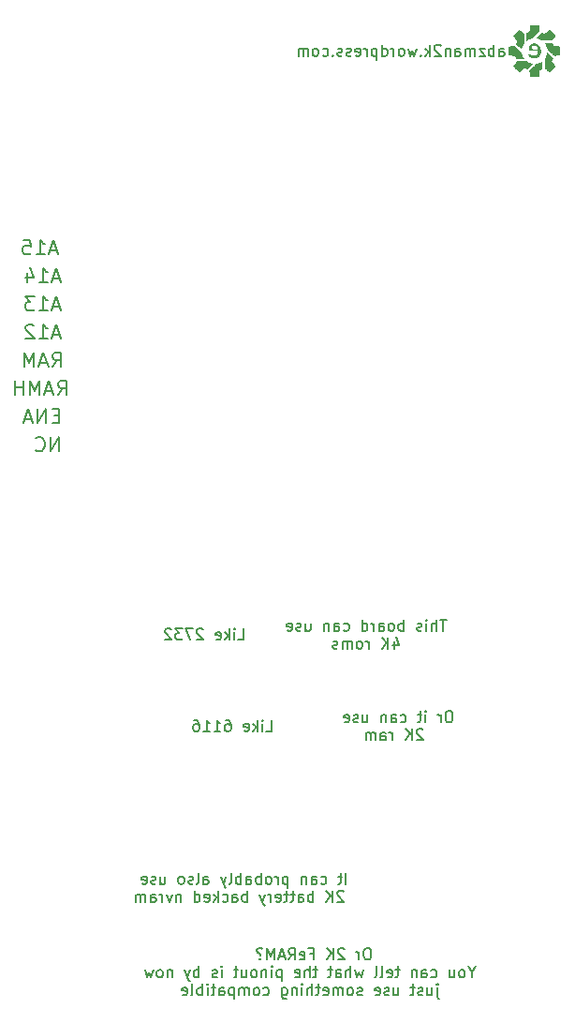
<source format=gbo>
G04 #@! TF.GenerationSoftware,KiCad,Pcbnew,(6.0.4)*
G04 #@! TF.CreationDate,2022-12-31T00:25:52-05:00*
G04 #@! TF.ProjectId,intellivision t-card replic,696e7465-6c6c-4697-9669-73696f6e2074,rev?*
G04 #@! TF.SameCoordinates,Original*
G04 #@! TF.FileFunction,Legend,Bot*
G04 #@! TF.FilePolarity,Positive*
%FSLAX46Y46*%
G04 Gerber Fmt 4.6, Leading zero omitted, Abs format (unit mm)*
G04 Created by KiCad (PCBNEW (6.0.4)) date 2022-12-31 00:25:52*
%MOMM*%
%LPD*%
G01*
G04 APERTURE LIST*
%ADD10C,0.200000*%
%ADD11C,0.150000*%
%ADD12C,1.600000*%
%ADD13O,1.600000X1.600000*%
%ADD14C,3.200000*%
%ADD15R,1.600000X1.600000*%
%ADD16R,1.700000X1.700000*%
%ADD17O,1.700000X1.700000*%
G04 APERTURE END LIST*
D10*
X96607619Y-52023095D02*
X97040952Y-51404047D01*
X97350476Y-52023095D02*
X97350476Y-50723095D01*
X96855238Y-50723095D01*
X96731428Y-50785000D01*
X96669523Y-50846904D01*
X96607619Y-50970714D01*
X96607619Y-51156428D01*
X96669523Y-51280238D01*
X96731428Y-51342142D01*
X96855238Y-51404047D01*
X97350476Y-51404047D01*
X96112380Y-51651666D02*
X95493333Y-51651666D01*
X96236190Y-52023095D02*
X95802857Y-50723095D01*
X95369523Y-52023095D01*
X94936190Y-52023095D02*
X94936190Y-50723095D01*
X94502857Y-51651666D01*
X94069523Y-50723095D01*
X94069523Y-52023095D01*
X93450476Y-52023095D02*
X93450476Y-50723095D01*
X93450476Y-51342142D02*
X92707619Y-51342142D01*
X92707619Y-52023095D02*
X92707619Y-50723095D01*
D11*
X112902619Y-74112380D02*
X113378809Y-74112380D01*
X113378809Y-73112380D01*
X112569285Y-74112380D02*
X112569285Y-73445714D01*
X112569285Y-73112380D02*
X112616904Y-73160000D01*
X112569285Y-73207619D01*
X112521666Y-73160000D01*
X112569285Y-73112380D01*
X112569285Y-73207619D01*
X112093095Y-74112380D02*
X112093095Y-73112380D01*
X111997857Y-73731428D02*
X111712142Y-74112380D01*
X111712142Y-73445714D02*
X112093095Y-73826666D01*
X110902619Y-74064761D02*
X110997857Y-74112380D01*
X111188333Y-74112380D01*
X111283571Y-74064761D01*
X111331190Y-73969523D01*
X111331190Y-73588571D01*
X111283571Y-73493333D01*
X111188333Y-73445714D01*
X110997857Y-73445714D01*
X110902619Y-73493333D01*
X110855000Y-73588571D01*
X110855000Y-73683809D01*
X111331190Y-73779047D01*
X109712142Y-73207619D02*
X109664523Y-73160000D01*
X109569285Y-73112380D01*
X109331190Y-73112380D01*
X109235952Y-73160000D01*
X109188333Y-73207619D01*
X109140714Y-73302857D01*
X109140714Y-73398095D01*
X109188333Y-73540952D01*
X109759761Y-74112380D01*
X109140714Y-74112380D01*
X108807380Y-73112380D02*
X108140714Y-73112380D01*
X108569285Y-74112380D01*
X107855000Y-73112380D02*
X107235952Y-73112380D01*
X107569285Y-73493333D01*
X107426428Y-73493333D01*
X107331190Y-73540952D01*
X107283571Y-73588571D01*
X107235952Y-73683809D01*
X107235952Y-73921904D01*
X107283571Y-74017142D01*
X107331190Y-74064761D01*
X107426428Y-74112380D01*
X107712142Y-74112380D01*
X107807380Y-74064761D01*
X107855000Y-74017142D01*
X106855000Y-73207619D02*
X106807380Y-73160000D01*
X106712142Y-73112380D01*
X106474047Y-73112380D01*
X106378809Y-73160000D01*
X106331190Y-73207619D01*
X106283571Y-73302857D01*
X106283571Y-73398095D01*
X106331190Y-73540952D01*
X106902619Y-74112380D01*
X106283571Y-74112380D01*
D10*
X96777380Y-46571666D02*
X96158333Y-46571666D01*
X96901190Y-46943095D02*
X96467857Y-45643095D01*
X96034523Y-46943095D01*
X94920238Y-46943095D02*
X95663095Y-46943095D01*
X95291666Y-46943095D02*
X95291666Y-45643095D01*
X95415476Y-45828809D01*
X95539285Y-45952619D01*
X95663095Y-46014523D01*
X94425000Y-45766904D02*
X94363095Y-45705000D01*
X94239285Y-45643095D01*
X93929761Y-45643095D01*
X93805952Y-45705000D01*
X93744047Y-45766904D01*
X93682142Y-45890714D01*
X93682142Y-46014523D01*
X93744047Y-46200238D01*
X94486904Y-46943095D01*
X93682142Y-46943095D01*
X96715476Y-53882142D02*
X96282142Y-53882142D01*
X96096428Y-54563095D02*
X96715476Y-54563095D01*
X96715476Y-53263095D01*
X96096428Y-53263095D01*
X95539285Y-54563095D02*
X95539285Y-53263095D01*
X94796428Y-54563095D01*
X94796428Y-53263095D01*
X94239285Y-54191666D02*
X93620238Y-54191666D01*
X94363095Y-54563095D02*
X93929761Y-53263095D01*
X93496428Y-54563095D01*
D11*
X131721904Y-72307380D02*
X131150476Y-72307380D01*
X131436190Y-73307380D02*
X131436190Y-72307380D01*
X130817142Y-73307380D02*
X130817142Y-72307380D01*
X130388571Y-73307380D02*
X130388571Y-72783571D01*
X130436190Y-72688333D01*
X130531428Y-72640714D01*
X130674285Y-72640714D01*
X130769523Y-72688333D01*
X130817142Y-72735952D01*
X129912380Y-73307380D02*
X129912380Y-72640714D01*
X129912380Y-72307380D02*
X129960000Y-72355000D01*
X129912380Y-72402619D01*
X129864761Y-72355000D01*
X129912380Y-72307380D01*
X129912380Y-72402619D01*
X129483809Y-73259761D02*
X129388571Y-73307380D01*
X129198095Y-73307380D01*
X129102857Y-73259761D01*
X129055238Y-73164523D01*
X129055238Y-73116904D01*
X129102857Y-73021666D01*
X129198095Y-72974047D01*
X129340952Y-72974047D01*
X129436190Y-72926428D01*
X129483809Y-72831190D01*
X129483809Y-72783571D01*
X129436190Y-72688333D01*
X129340952Y-72640714D01*
X129198095Y-72640714D01*
X129102857Y-72688333D01*
X127864761Y-73307380D02*
X127864761Y-72307380D01*
X127864761Y-72688333D02*
X127769523Y-72640714D01*
X127579047Y-72640714D01*
X127483809Y-72688333D01*
X127436190Y-72735952D01*
X127388571Y-72831190D01*
X127388571Y-73116904D01*
X127436190Y-73212142D01*
X127483809Y-73259761D01*
X127579047Y-73307380D01*
X127769523Y-73307380D01*
X127864761Y-73259761D01*
X126817142Y-73307380D02*
X126912380Y-73259761D01*
X126960000Y-73212142D01*
X127007619Y-73116904D01*
X127007619Y-72831190D01*
X126960000Y-72735952D01*
X126912380Y-72688333D01*
X126817142Y-72640714D01*
X126674285Y-72640714D01*
X126579047Y-72688333D01*
X126531428Y-72735952D01*
X126483809Y-72831190D01*
X126483809Y-73116904D01*
X126531428Y-73212142D01*
X126579047Y-73259761D01*
X126674285Y-73307380D01*
X126817142Y-73307380D01*
X125626666Y-73307380D02*
X125626666Y-72783571D01*
X125674285Y-72688333D01*
X125769523Y-72640714D01*
X125960000Y-72640714D01*
X126055238Y-72688333D01*
X125626666Y-73259761D02*
X125721904Y-73307380D01*
X125960000Y-73307380D01*
X126055238Y-73259761D01*
X126102857Y-73164523D01*
X126102857Y-73069285D01*
X126055238Y-72974047D01*
X125960000Y-72926428D01*
X125721904Y-72926428D01*
X125626666Y-72878809D01*
X125150476Y-73307380D02*
X125150476Y-72640714D01*
X125150476Y-72831190D02*
X125102857Y-72735952D01*
X125055238Y-72688333D01*
X124960000Y-72640714D01*
X124864761Y-72640714D01*
X124102857Y-73307380D02*
X124102857Y-72307380D01*
X124102857Y-73259761D02*
X124198095Y-73307380D01*
X124388571Y-73307380D01*
X124483809Y-73259761D01*
X124531428Y-73212142D01*
X124579047Y-73116904D01*
X124579047Y-72831190D01*
X124531428Y-72735952D01*
X124483809Y-72688333D01*
X124388571Y-72640714D01*
X124198095Y-72640714D01*
X124102857Y-72688333D01*
X122436190Y-73259761D02*
X122531428Y-73307380D01*
X122721904Y-73307380D01*
X122817142Y-73259761D01*
X122864761Y-73212142D01*
X122912380Y-73116904D01*
X122912380Y-72831190D01*
X122864761Y-72735952D01*
X122817142Y-72688333D01*
X122721904Y-72640714D01*
X122531428Y-72640714D01*
X122436190Y-72688333D01*
X121579047Y-73307380D02*
X121579047Y-72783571D01*
X121626666Y-72688333D01*
X121721904Y-72640714D01*
X121912380Y-72640714D01*
X122007619Y-72688333D01*
X121579047Y-73259761D02*
X121674285Y-73307380D01*
X121912380Y-73307380D01*
X122007619Y-73259761D01*
X122055238Y-73164523D01*
X122055238Y-73069285D01*
X122007619Y-72974047D01*
X121912380Y-72926428D01*
X121674285Y-72926428D01*
X121579047Y-72878809D01*
X121102857Y-72640714D02*
X121102857Y-73307380D01*
X121102857Y-72735952D02*
X121055238Y-72688333D01*
X120960000Y-72640714D01*
X120817142Y-72640714D01*
X120721904Y-72688333D01*
X120674285Y-72783571D01*
X120674285Y-73307380D01*
X119007619Y-72640714D02*
X119007619Y-73307380D01*
X119436190Y-72640714D02*
X119436190Y-73164523D01*
X119388571Y-73259761D01*
X119293333Y-73307380D01*
X119150476Y-73307380D01*
X119055238Y-73259761D01*
X119007619Y-73212142D01*
X118579047Y-73259761D02*
X118483809Y-73307380D01*
X118293333Y-73307380D01*
X118198095Y-73259761D01*
X118150476Y-73164523D01*
X118150476Y-73116904D01*
X118198095Y-73021666D01*
X118293333Y-72974047D01*
X118436190Y-72974047D01*
X118531428Y-72926428D01*
X118579047Y-72831190D01*
X118579047Y-72783571D01*
X118531428Y-72688333D01*
X118436190Y-72640714D01*
X118293333Y-72640714D01*
X118198095Y-72688333D01*
X117340952Y-73259761D02*
X117436190Y-73307380D01*
X117626666Y-73307380D01*
X117721904Y-73259761D01*
X117769523Y-73164523D01*
X117769523Y-72783571D01*
X117721904Y-72688333D01*
X117626666Y-72640714D01*
X117436190Y-72640714D01*
X117340952Y-72688333D01*
X117293333Y-72783571D01*
X117293333Y-72878809D01*
X117769523Y-72974047D01*
X126983809Y-74250714D02*
X126983809Y-74917380D01*
X127221904Y-73869761D02*
X127460000Y-74584047D01*
X126840952Y-74584047D01*
X126460000Y-74917380D02*
X126460000Y-73917380D01*
X125888571Y-74917380D02*
X126317142Y-74345952D01*
X125888571Y-73917380D02*
X126460000Y-74488809D01*
X124698095Y-74917380D02*
X124698095Y-74250714D01*
X124698095Y-74441190D02*
X124650476Y-74345952D01*
X124602857Y-74298333D01*
X124507619Y-74250714D01*
X124412380Y-74250714D01*
X123936190Y-74917380D02*
X124031428Y-74869761D01*
X124079047Y-74822142D01*
X124126666Y-74726904D01*
X124126666Y-74441190D01*
X124079047Y-74345952D01*
X124031428Y-74298333D01*
X123936190Y-74250714D01*
X123793333Y-74250714D01*
X123698095Y-74298333D01*
X123650476Y-74345952D01*
X123602857Y-74441190D01*
X123602857Y-74726904D01*
X123650476Y-74822142D01*
X123698095Y-74869761D01*
X123793333Y-74917380D01*
X123936190Y-74917380D01*
X123174285Y-74917380D02*
X123174285Y-74250714D01*
X123174285Y-74345952D02*
X123126666Y-74298333D01*
X123031428Y-74250714D01*
X122888571Y-74250714D01*
X122793333Y-74298333D01*
X122745714Y-74393571D01*
X122745714Y-74917380D01*
X122745714Y-74393571D02*
X122698095Y-74298333D01*
X122602857Y-74250714D01*
X122460000Y-74250714D01*
X122364761Y-74298333D01*
X122317142Y-74393571D01*
X122317142Y-74917380D01*
X121888571Y-74869761D02*
X121793333Y-74917380D01*
X121602857Y-74917380D01*
X121507619Y-74869761D01*
X121460000Y-74774523D01*
X121460000Y-74726904D01*
X121507619Y-74631666D01*
X121602857Y-74584047D01*
X121745714Y-74584047D01*
X121840952Y-74536428D01*
X121888571Y-74441190D01*
X121888571Y-74393571D01*
X121840952Y-74298333D01*
X121745714Y-74250714D01*
X121602857Y-74250714D01*
X121507619Y-74298333D01*
X122625238Y-96167380D02*
X122625238Y-95167380D01*
X122291904Y-95500714D02*
X121910952Y-95500714D01*
X122149047Y-95167380D02*
X122149047Y-96024523D01*
X122101428Y-96119761D01*
X122006190Y-96167380D01*
X121910952Y-96167380D01*
X120387142Y-96119761D02*
X120482380Y-96167380D01*
X120672857Y-96167380D01*
X120768095Y-96119761D01*
X120815714Y-96072142D01*
X120863333Y-95976904D01*
X120863333Y-95691190D01*
X120815714Y-95595952D01*
X120768095Y-95548333D01*
X120672857Y-95500714D01*
X120482380Y-95500714D01*
X120387142Y-95548333D01*
X119530000Y-96167380D02*
X119530000Y-95643571D01*
X119577619Y-95548333D01*
X119672857Y-95500714D01*
X119863333Y-95500714D01*
X119958571Y-95548333D01*
X119530000Y-96119761D02*
X119625238Y-96167380D01*
X119863333Y-96167380D01*
X119958571Y-96119761D01*
X120006190Y-96024523D01*
X120006190Y-95929285D01*
X119958571Y-95834047D01*
X119863333Y-95786428D01*
X119625238Y-95786428D01*
X119530000Y-95738809D01*
X119053809Y-95500714D02*
X119053809Y-96167380D01*
X119053809Y-95595952D02*
X119006190Y-95548333D01*
X118910952Y-95500714D01*
X118768095Y-95500714D01*
X118672857Y-95548333D01*
X118625238Y-95643571D01*
X118625238Y-96167380D01*
X117387142Y-95500714D02*
X117387142Y-96500714D01*
X117387142Y-95548333D02*
X117291904Y-95500714D01*
X117101428Y-95500714D01*
X117006190Y-95548333D01*
X116958571Y-95595952D01*
X116910952Y-95691190D01*
X116910952Y-95976904D01*
X116958571Y-96072142D01*
X117006190Y-96119761D01*
X117101428Y-96167380D01*
X117291904Y-96167380D01*
X117387142Y-96119761D01*
X116482380Y-96167380D02*
X116482380Y-95500714D01*
X116482380Y-95691190D02*
X116434761Y-95595952D01*
X116387142Y-95548333D01*
X116291904Y-95500714D01*
X116196666Y-95500714D01*
X115720476Y-96167380D02*
X115815714Y-96119761D01*
X115863333Y-96072142D01*
X115910952Y-95976904D01*
X115910952Y-95691190D01*
X115863333Y-95595952D01*
X115815714Y-95548333D01*
X115720476Y-95500714D01*
X115577619Y-95500714D01*
X115482380Y-95548333D01*
X115434761Y-95595952D01*
X115387142Y-95691190D01*
X115387142Y-95976904D01*
X115434761Y-96072142D01*
X115482380Y-96119761D01*
X115577619Y-96167380D01*
X115720476Y-96167380D01*
X114958571Y-96167380D02*
X114958571Y-95167380D01*
X114958571Y-95548333D02*
X114863333Y-95500714D01*
X114672857Y-95500714D01*
X114577619Y-95548333D01*
X114530000Y-95595952D01*
X114482380Y-95691190D01*
X114482380Y-95976904D01*
X114530000Y-96072142D01*
X114577619Y-96119761D01*
X114672857Y-96167380D01*
X114863333Y-96167380D01*
X114958571Y-96119761D01*
X113625238Y-96167380D02*
X113625238Y-95643571D01*
X113672857Y-95548333D01*
X113768095Y-95500714D01*
X113958571Y-95500714D01*
X114053809Y-95548333D01*
X113625238Y-96119761D02*
X113720476Y-96167380D01*
X113958571Y-96167380D01*
X114053809Y-96119761D01*
X114101428Y-96024523D01*
X114101428Y-95929285D01*
X114053809Y-95834047D01*
X113958571Y-95786428D01*
X113720476Y-95786428D01*
X113625238Y-95738809D01*
X113149047Y-96167380D02*
X113149047Y-95167380D01*
X113149047Y-95548333D02*
X113053809Y-95500714D01*
X112863333Y-95500714D01*
X112768095Y-95548333D01*
X112720476Y-95595952D01*
X112672857Y-95691190D01*
X112672857Y-95976904D01*
X112720476Y-96072142D01*
X112768095Y-96119761D01*
X112863333Y-96167380D01*
X113053809Y-96167380D01*
X113149047Y-96119761D01*
X112101428Y-96167380D02*
X112196666Y-96119761D01*
X112244285Y-96024523D01*
X112244285Y-95167380D01*
X111815714Y-95500714D02*
X111577619Y-96167380D01*
X111339523Y-95500714D02*
X111577619Y-96167380D01*
X111672857Y-96405476D01*
X111720476Y-96453095D01*
X111815714Y-96500714D01*
X109768095Y-96167380D02*
X109768095Y-95643571D01*
X109815714Y-95548333D01*
X109910952Y-95500714D01*
X110101428Y-95500714D01*
X110196666Y-95548333D01*
X109768095Y-96119761D02*
X109863333Y-96167380D01*
X110101428Y-96167380D01*
X110196666Y-96119761D01*
X110244285Y-96024523D01*
X110244285Y-95929285D01*
X110196666Y-95834047D01*
X110101428Y-95786428D01*
X109863333Y-95786428D01*
X109768095Y-95738809D01*
X109149047Y-96167380D02*
X109244285Y-96119761D01*
X109291904Y-96024523D01*
X109291904Y-95167380D01*
X108815714Y-96119761D02*
X108720476Y-96167380D01*
X108530000Y-96167380D01*
X108434761Y-96119761D01*
X108387142Y-96024523D01*
X108387142Y-95976904D01*
X108434761Y-95881666D01*
X108530000Y-95834047D01*
X108672857Y-95834047D01*
X108768095Y-95786428D01*
X108815714Y-95691190D01*
X108815714Y-95643571D01*
X108768095Y-95548333D01*
X108672857Y-95500714D01*
X108530000Y-95500714D01*
X108434761Y-95548333D01*
X107815714Y-96167380D02*
X107910952Y-96119761D01*
X107958571Y-96072142D01*
X108006190Y-95976904D01*
X108006190Y-95691190D01*
X107958571Y-95595952D01*
X107910952Y-95548333D01*
X107815714Y-95500714D01*
X107672857Y-95500714D01*
X107577619Y-95548333D01*
X107530000Y-95595952D01*
X107482380Y-95691190D01*
X107482380Y-95976904D01*
X107530000Y-96072142D01*
X107577619Y-96119761D01*
X107672857Y-96167380D01*
X107815714Y-96167380D01*
X105863333Y-95500714D02*
X105863333Y-96167380D01*
X106291904Y-95500714D02*
X106291904Y-96024523D01*
X106244285Y-96119761D01*
X106149047Y-96167380D01*
X106006190Y-96167380D01*
X105910952Y-96119761D01*
X105863333Y-96072142D01*
X105434761Y-96119761D02*
X105339523Y-96167380D01*
X105149047Y-96167380D01*
X105053809Y-96119761D01*
X105006190Y-96024523D01*
X105006190Y-95976904D01*
X105053809Y-95881666D01*
X105149047Y-95834047D01*
X105291904Y-95834047D01*
X105387142Y-95786428D01*
X105434761Y-95691190D01*
X105434761Y-95643571D01*
X105387142Y-95548333D01*
X105291904Y-95500714D01*
X105149047Y-95500714D01*
X105053809Y-95548333D01*
X104196666Y-96119761D02*
X104291904Y-96167380D01*
X104482380Y-96167380D01*
X104577619Y-96119761D01*
X104625238Y-96024523D01*
X104625238Y-95643571D01*
X104577619Y-95548333D01*
X104482380Y-95500714D01*
X104291904Y-95500714D01*
X104196666Y-95548333D01*
X104149047Y-95643571D01*
X104149047Y-95738809D01*
X104625238Y-95834047D01*
X122434761Y-96872619D02*
X122387142Y-96825000D01*
X122291904Y-96777380D01*
X122053809Y-96777380D01*
X121958571Y-96825000D01*
X121910952Y-96872619D01*
X121863333Y-96967857D01*
X121863333Y-97063095D01*
X121910952Y-97205952D01*
X122482380Y-97777380D01*
X121863333Y-97777380D01*
X121434761Y-97777380D02*
X121434761Y-96777380D01*
X120863333Y-97777380D02*
X121291904Y-97205952D01*
X120863333Y-96777380D02*
X121434761Y-97348809D01*
X119672857Y-97777380D02*
X119672857Y-96777380D01*
X119672857Y-97158333D02*
X119577619Y-97110714D01*
X119387142Y-97110714D01*
X119291904Y-97158333D01*
X119244285Y-97205952D01*
X119196666Y-97301190D01*
X119196666Y-97586904D01*
X119244285Y-97682142D01*
X119291904Y-97729761D01*
X119387142Y-97777380D01*
X119577619Y-97777380D01*
X119672857Y-97729761D01*
X118339523Y-97777380D02*
X118339523Y-97253571D01*
X118387142Y-97158333D01*
X118482380Y-97110714D01*
X118672857Y-97110714D01*
X118768095Y-97158333D01*
X118339523Y-97729761D02*
X118434761Y-97777380D01*
X118672857Y-97777380D01*
X118768095Y-97729761D01*
X118815714Y-97634523D01*
X118815714Y-97539285D01*
X118768095Y-97444047D01*
X118672857Y-97396428D01*
X118434761Y-97396428D01*
X118339523Y-97348809D01*
X118006190Y-97110714D02*
X117625238Y-97110714D01*
X117863333Y-96777380D02*
X117863333Y-97634523D01*
X117815714Y-97729761D01*
X117720476Y-97777380D01*
X117625238Y-97777380D01*
X117434761Y-97110714D02*
X117053809Y-97110714D01*
X117291904Y-96777380D02*
X117291904Y-97634523D01*
X117244285Y-97729761D01*
X117149047Y-97777380D01*
X117053809Y-97777380D01*
X116339523Y-97729761D02*
X116434761Y-97777380D01*
X116625238Y-97777380D01*
X116720476Y-97729761D01*
X116768095Y-97634523D01*
X116768095Y-97253571D01*
X116720476Y-97158333D01*
X116625238Y-97110714D01*
X116434761Y-97110714D01*
X116339523Y-97158333D01*
X116291904Y-97253571D01*
X116291904Y-97348809D01*
X116768095Y-97444047D01*
X115863333Y-97777380D02*
X115863333Y-97110714D01*
X115863333Y-97301190D02*
X115815714Y-97205952D01*
X115768095Y-97158333D01*
X115672857Y-97110714D01*
X115577619Y-97110714D01*
X115339523Y-97110714D02*
X115101428Y-97777380D01*
X114863333Y-97110714D02*
X115101428Y-97777380D01*
X115196666Y-98015476D01*
X115244285Y-98063095D01*
X115339523Y-98110714D01*
X113720476Y-97777380D02*
X113720476Y-96777380D01*
X113720476Y-97158333D02*
X113625238Y-97110714D01*
X113434761Y-97110714D01*
X113339523Y-97158333D01*
X113291904Y-97205952D01*
X113244285Y-97301190D01*
X113244285Y-97586904D01*
X113291904Y-97682142D01*
X113339523Y-97729761D01*
X113434761Y-97777380D01*
X113625238Y-97777380D01*
X113720476Y-97729761D01*
X112387142Y-97777380D02*
X112387142Y-97253571D01*
X112434761Y-97158333D01*
X112530000Y-97110714D01*
X112720476Y-97110714D01*
X112815714Y-97158333D01*
X112387142Y-97729761D02*
X112482380Y-97777380D01*
X112720476Y-97777380D01*
X112815714Y-97729761D01*
X112863333Y-97634523D01*
X112863333Y-97539285D01*
X112815714Y-97444047D01*
X112720476Y-97396428D01*
X112482380Y-97396428D01*
X112387142Y-97348809D01*
X111482380Y-97729761D02*
X111577619Y-97777380D01*
X111768095Y-97777380D01*
X111863333Y-97729761D01*
X111910952Y-97682142D01*
X111958571Y-97586904D01*
X111958571Y-97301190D01*
X111910952Y-97205952D01*
X111863333Y-97158333D01*
X111768095Y-97110714D01*
X111577619Y-97110714D01*
X111482380Y-97158333D01*
X111053809Y-97777380D02*
X111053809Y-96777380D01*
X110958571Y-97396428D02*
X110672857Y-97777380D01*
X110672857Y-97110714D02*
X111053809Y-97491666D01*
X109863333Y-97729761D02*
X109958571Y-97777380D01*
X110149047Y-97777380D01*
X110244285Y-97729761D01*
X110291904Y-97634523D01*
X110291904Y-97253571D01*
X110244285Y-97158333D01*
X110149047Y-97110714D01*
X109958571Y-97110714D01*
X109863333Y-97158333D01*
X109815714Y-97253571D01*
X109815714Y-97348809D01*
X110291904Y-97444047D01*
X108958571Y-97777380D02*
X108958571Y-96777380D01*
X108958571Y-97729761D02*
X109053809Y-97777380D01*
X109244285Y-97777380D01*
X109339523Y-97729761D01*
X109387142Y-97682142D01*
X109434761Y-97586904D01*
X109434761Y-97301190D01*
X109387142Y-97205952D01*
X109339523Y-97158333D01*
X109244285Y-97110714D01*
X109053809Y-97110714D01*
X108958571Y-97158333D01*
X107720476Y-97110714D02*
X107720476Y-97777380D01*
X107720476Y-97205952D02*
X107672857Y-97158333D01*
X107577619Y-97110714D01*
X107434761Y-97110714D01*
X107339523Y-97158333D01*
X107291904Y-97253571D01*
X107291904Y-97777380D01*
X106910952Y-97110714D02*
X106672857Y-97777380D01*
X106434761Y-97110714D01*
X106053809Y-97777380D02*
X106053809Y-97110714D01*
X106053809Y-97301190D02*
X106006190Y-97205952D01*
X105958571Y-97158333D01*
X105863333Y-97110714D01*
X105768095Y-97110714D01*
X105006190Y-97777380D02*
X105006190Y-97253571D01*
X105053809Y-97158333D01*
X105149047Y-97110714D01*
X105339523Y-97110714D01*
X105434761Y-97158333D01*
X105006190Y-97729761D02*
X105101428Y-97777380D01*
X105339523Y-97777380D01*
X105434761Y-97729761D01*
X105482380Y-97634523D01*
X105482380Y-97539285D01*
X105434761Y-97444047D01*
X105339523Y-97396428D01*
X105101428Y-97396428D01*
X105006190Y-97348809D01*
X104530000Y-97777380D02*
X104530000Y-97110714D01*
X104530000Y-97205952D02*
X104482380Y-97158333D01*
X104387142Y-97110714D01*
X104244285Y-97110714D01*
X104149047Y-97158333D01*
X104101428Y-97253571D01*
X104101428Y-97777380D01*
X104101428Y-97253571D02*
X104053809Y-97158333D01*
X103958571Y-97110714D01*
X103815714Y-97110714D01*
X103720476Y-97158333D01*
X103672857Y-97253571D01*
X103672857Y-97777380D01*
D10*
X96777380Y-41491666D02*
X96158333Y-41491666D01*
X96901190Y-41863095D02*
X96467857Y-40563095D01*
X96034523Y-41863095D01*
X94920238Y-41863095D02*
X95663095Y-41863095D01*
X95291666Y-41863095D02*
X95291666Y-40563095D01*
X95415476Y-40748809D01*
X95539285Y-40872619D01*
X95663095Y-40934523D01*
X93805952Y-40996428D02*
X93805952Y-41863095D01*
X94115476Y-40501190D02*
X94425000Y-41429761D01*
X93620238Y-41429761D01*
X96102619Y-49483095D02*
X96535952Y-48864047D01*
X96845476Y-49483095D02*
X96845476Y-48183095D01*
X96350238Y-48183095D01*
X96226428Y-48245000D01*
X96164523Y-48306904D01*
X96102619Y-48430714D01*
X96102619Y-48616428D01*
X96164523Y-48740238D01*
X96226428Y-48802142D01*
X96350238Y-48864047D01*
X96845476Y-48864047D01*
X95607380Y-49111666D02*
X94988333Y-49111666D01*
X95731190Y-49483095D02*
X95297857Y-48183095D01*
X94864523Y-49483095D01*
X94431190Y-49483095D02*
X94431190Y-48183095D01*
X93997857Y-49111666D01*
X93564523Y-48183095D01*
X93564523Y-49483095D01*
D11*
X115437619Y-82367380D02*
X115913809Y-82367380D01*
X115913809Y-81367380D01*
X115104285Y-82367380D02*
X115104285Y-81700714D01*
X115104285Y-81367380D02*
X115151904Y-81415000D01*
X115104285Y-81462619D01*
X115056666Y-81415000D01*
X115104285Y-81367380D01*
X115104285Y-81462619D01*
X114628095Y-82367380D02*
X114628095Y-81367380D01*
X114532857Y-81986428D02*
X114247142Y-82367380D01*
X114247142Y-81700714D02*
X114628095Y-82081666D01*
X113437619Y-82319761D02*
X113532857Y-82367380D01*
X113723333Y-82367380D01*
X113818571Y-82319761D01*
X113866190Y-82224523D01*
X113866190Y-81843571D01*
X113818571Y-81748333D01*
X113723333Y-81700714D01*
X113532857Y-81700714D01*
X113437619Y-81748333D01*
X113390000Y-81843571D01*
X113390000Y-81938809D01*
X113866190Y-82034047D01*
X111770952Y-81367380D02*
X111961428Y-81367380D01*
X112056666Y-81415000D01*
X112104285Y-81462619D01*
X112199523Y-81605476D01*
X112247142Y-81795952D01*
X112247142Y-82176904D01*
X112199523Y-82272142D01*
X112151904Y-82319761D01*
X112056666Y-82367380D01*
X111866190Y-82367380D01*
X111770952Y-82319761D01*
X111723333Y-82272142D01*
X111675714Y-82176904D01*
X111675714Y-81938809D01*
X111723333Y-81843571D01*
X111770952Y-81795952D01*
X111866190Y-81748333D01*
X112056666Y-81748333D01*
X112151904Y-81795952D01*
X112199523Y-81843571D01*
X112247142Y-81938809D01*
X110723333Y-82367380D02*
X111294761Y-82367380D01*
X111009047Y-82367380D02*
X111009047Y-81367380D01*
X111104285Y-81510238D01*
X111199523Y-81605476D01*
X111294761Y-81653095D01*
X109770952Y-82367380D02*
X110342380Y-82367380D01*
X110056666Y-82367380D02*
X110056666Y-81367380D01*
X110151904Y-81510238D01*
X110247142Y-81605476D01*
X110342380Y-81653095D01*
X108913809Y-81367380D02*
X109104285Y-81367380D01*
X109199523Y-81415000D01*
X109247142Y-81462619D01*
X109342380Y-81605476D01*
X109390000Y-81795952D01*
X109390000Y-82176904D01*
X109342380Y-82272142D01*
X109294761Y-82319761D01*
X109199523Y-82367380D01*
X109009047Y-82367380D01*
X108913809Y-82319761D01*
X108866190Y-82272142D01*
X108818571Y-82176904D01*
X108818571Y-81938809D01*
X108866190Y-81843571D01*
X108913809Y-81795952D01*
X109009047Y-81748333D01*
X109199523Y-81748333D01*
X109294761Y-81795952D01*
X109342380Y-81843571D01*
X109390000Y-81938809D01*
X136492142Y-21407380D02*
X136492142Y-20883571D01*
X136539761Y-20788333D01*
X136635000Y-20740714D01*
X136825476Y-20740714D01*
X136920714Y-20788333D01*
X136492142Y-21359761D02*
X136587380Y-21407380D01*
X136825476Y-21407380D01*
X136920714Y-21359761D01*
X136968333Y-21264523D01*
X136968333Y-21169285D01*
X136920714Y-21074047D01*
X136825476Y-21026428D01*
X136587380Y-21026428D01*
X136492142Y-20978809D01*
X136015952Y-21407380D02*
X136015952Y-20407380D01*
X136015952Y-20788333D02*
X135920714Y-20740714D01*
X135730238Y-20740714D01*
X135635000Y-20788333D01*
X135587380Y-20835952D01*
X135539761Y-20931190D01*
X135539761Y-21216904D01*
X135587380Y-21312142D01*
X135635000Y-21359761D01*
X135730238Y-21407380D01*
X135920714Y-21407380D01*
X136015952Y-21359761D01*
X135206428Y-20740714D02*
X134682619Y-20740714D01*
X135206428Y-21407380D01*
X134682619Y-21407380D01*
X134301666Y-21407380D02*
X134301666Y-20740714D01*
X134301666Y-20835952D02*
X134254047Y-20788333D01*
X134158809Y-20740714D01*
X134015952Y-20740714D01*
X133920714Y-20788333D01*
X133873095Y-20883571D01*
X133873095Y-21407380D01*
X133873095Y-20883571D02*
X133825476Y-20788333D01*
X133730238Y-20740714D01*
X133587380Y-20740714D01*
X133492142Y-20788333D01*
X133444523Y-20883571D01*
X133444523Y-21407380D01*
X132539761Y-21407380D02*
X132539761Y-20883571D01*
X132587380Y-20788333D01*
X132682619Y-20740714D01*
X132873095Y-20740714D01*
X132968333Y-20788333D01*
X132539761Y-21359761D02*
X132635000Y-21407380D01*
X132873095Y-21407380D01*
X132968333Y-21359761D01*
X133015952Y-21264523D01*
X133015952Y-21169285D01*
X132968333Y-21074047D01*
X132873095Y-21026428D01*
X132635000Y-21026428D01*
X132539761Y-20978809D01*
X132063571Y-20740714D02*
X132063571Y-21407380D01*
X132063571Y-20835952D02*
X132015952Y-20788333D01*
X131920714Y-20740714D01*
X131777857Y-20740714D01*
X131682619Y-20788333D01*
X131635000Y-20883571D01*
X131635000Y-21407380D01*
X131206428Y-20502619D02*
X131158809Y-20455000D01*
X131063571Y-20407380D01*
X130825476Y-20407380D01*
X130730238Y-20455000D01*
X130682619Y-20502619D01*
X130635000Y-20597857D01*
X130635000Y-20693095D01*
X130682619Y-20835952D01*
X131254047Y-21407380D01*
X130635000Y-21407380D01*
X130206428Y-21407380D02*
X130206428Y-20407380D01*
X130111190Y-21026428D02*
X129825476Y-21407380D01*
X129825476Y-20740714D02*
X130206428Y-21121666D01*
X129396904Y-21312142D02*
X129349285Y-21359761D01*
X129396904Y-21407380D01*
X129444523Y-21359761D01*
X129396904Y-21312142D01*
X129396904Y-21407380D01*
X129015952Y-20740714D02*
X128825476Y-21407380D01*
X128635000Y-20931190D01*
X128444523Y-21407380D01*
X128254047Y-20740714D01*
X127730238Y-21407380D02*
X127825476Y-21359761D01*
X127873095Y-21312142D01*
X127920714Y-21216904D01*
X127920714Y-20931190D01*
X127873095Y-20835952D01*
X127825476Y-20788333D01*
X127730238Y-20740714D01*
X127587380Y-20740714D01*
X127492142Y-20788333D01*
X127444523Y-20835952D01*
X127396904Y-20931190D01*
X127396904Y-21216904D01*
X127444523Y-21312142D01*
X127492142Y-21359761D01*
X127587380Y-21407380D01*
X127730238Y-21407380D01*
X126968333Y-21407380D02*
X126968333Y-20740714D01*
X126968333Y-20931190D02*
X126920714Y-20835952D01*
X126873095Y-20788333D01*
X126777857Y-20740714D01*
X126682619Y-20740714D01*
X125920714Y-21407380D02*
X125920714Y-20407380D01*
X125920714Y-21359761D02*
X126015952Y-21407380D01*
X126206428Y-21407380D01*
X126301666Y-21359761D01*
X126349285Y-21312142D01*
X126396904Y-21216904D01*
X126396904Y-20931190D01*
X126349285Y-20835952D01*
X126301666Y-20788333D01*
X126206428Y-20740714D01*
X126015952Y-20740714D01*
X125920714Y-20788333D01*
X125444523Y-20740714D02*
X125444523Y-21740714D01*
X125444523Y-20788333D02*
X125349285Y-20740714D01*
X125158809Y-20740714D01*
X125063571Y-20788333D01*
X125015952Y-20835952D01*
X124968333Y-20931190D01*
X124968333Y-21216904D01*
X125015952Y-21312142D01*
X125063571Y-21359761D01*
X125158809Y-21407380D01*
X125349285Y-21407380D01*
X125444523Y-21359761D01*
X124539761Y-21407380D02*
X124539761Y-20740714D01*
X124539761Y-20931190D02*
X124492142Y-20835952D01*
X124444523Y-20788333D01*
X124349285Y-20740714D01*
X124254047Y-20740714D01*
X123539761Y-21359761D02*
X123635000Y-21407380D01*
X123825476Y-21407380D01*
X123920714Y-21359761D01*
X123968333Y-21264523D01*
X123968333Y-20883571D01*
X123920714Y-20788333D01*
X123825476Y-20740714D01*
X123635000Y-20740714D01*
X123539761Y-20788333D01*
X123492142Y-20883571D01*
X123492142Y-20978809D01*
X123968333Y-21074047D01*
X123111190Y-21359761D02*
X123015952Y-21407380D01*
X122825476Y-21407380D01*
X122730238Y-21359761D01*
X122682619Y-21264523D01*
X122682619Y-21216904D01*
X122730238Y-21121666D01*
X122825476Y-21074047D01*
X122968333Y-21074047D01*
X123063571Y-21026428D01*
X123111190Y-20931190D01*
X123111190Y-20883571D01*
X123063571Y-20788333D01*
X122968333Y-20740714D01*
X122825476Y-20740714D01*
X122730238Y-20788333D01*
X122301666Y-21359761D02*
X122206428Y-21407380D01*
X122015952Y-21407380D01*
X121920714Y-21359761D01*
X121873095Y-21264523D01*
X121873095Y-21216904D01*
X121920714Y-21121666D01*
X122015952Y-21074047D01*
X122158809Y-21074047D01*
X122254047Y-21026428D01*
X122301666Y-20931190D01*
X122301666Y-20883571D01*
X122254047Y-20788333D01*
X122158809Y-20740714D01*
X122015952Y-20740714D01*
X121920714Y-20788333D01*
X121444523Y-21312142D02*
X121396904Y-21359761D01*
X121444523Y-21407380D01*
X121492142Y-21359761D01*
X121444523Y-21312142D01*
X121444523Y-21407380D01*
X120539761Y-21359761D02*
X120635000Y-21407380D01*
X120825476Y-21407380D01*
X120920714Y-21359761D01*
X120968333Y-21312142D01*
X121015952Y-21216904D01*
X121015952Y-20931190D01*
X120968333Y-20835952D01*
X120920714Y-20788333D01*
X120825476Y-20740714D01*
X120635000Y-20740714D01*
X120539761Y-20788333D01*
X119968333Y-21407380D02*
X120063571Y-21359761D01*
X120111190Y-21312142D01*
X120158809Y-21216904D01*
X120158809Y-20931190D01*
X120111190Y-20835952D01*
X120063571Y-20788333D01*
X119968333Y-20740714D01*
X119825476Y-20740714D01*
X119730238Y-20788333D01*
X119682619Y-20835952D01*
X119635000Y-20931190D01*
X119635000Y-21216904D01*
X119682619Y-21312142D01*
X119730238Y-21359761D01*
X119825476Y-21407380D01*
X119968333Y-21407380D01*
X119206428Y-21407380D02*
X119206428Y-20740714D01*
X119206428Y-20835952D02*
X119158809Y-20788333D01*
X119063571Y-20740714D01*
X118920714Y-20740714D01*
X118825476Y-20788333D01*
X118777857Y-20883571D01*
X118777857Y-21407380D01*
X118777857Y-20883571D02*
X118730238Y-20788333D01*
X118635000Y-20740714D01*
X118492142Y-20740714D01*
X118396904Y-20788333D01*
X118349285Y-20883571D01*
X118349285Y-21407380D01*
X132066428Y-80562380D02*
X131875952Y-80562380D01*
X131780714Y-80610000D01*
X131685476Y-80705238D01*
X131637857Y-80895714D01*
X131637857Y-81229047D01*
X131685476Y-81419523D01*
X131780714Y-81514761D01*
X131875952Y-81562380D01*
X132066428Y-81562380D01*
X132161666Y-81514761D01*
X132256904Y-81419523D01*
X132304523Y-81229047D01*
X132304523Y-80895714D01*
X132256904Y-80705238D01*
X132161666Y-80610000D01*
X132066428Y-80562380D01*
X131209285Y-81562380D02*
X131209285Y-80895714D01*
X131209285Y-81086190D02*
X131161666Y-80990952D01*
X131114047Y-80943333D01*
X131018809Y-80895714D01*
X130923571Y-80895714D01*
X129828333Y-81562380D02*
X129828333Y-80895714D01*
X129828333Y-80562380D02*
X129875952Y-80610000D01*
X129828333Y-80657619D01*
X129780714Y-80610000D01*
X129828333Y-80562380D01*
X129828333Y-80657619D01*
X129495000Y-80895714D02*
X129114047Y-80895714D01*
X129352142Y-80562380D02*
X129352142Y-81419523D01*
X129304523Y-81514761D01*
X129209285Y-81562380D01*
X129114047Y-81562380D01*
X127590238Y-81514761D02*
X127685476Y-81562380D01*
X127875952Y-81562380D01*
X127971190Y-81514761D01*
X128018809Y-81467142D01*
X128066428Y-81371904D01*
X128066428Y-81086190D01*
X128018809Y-80990952D01*
X127971190Y-80943333D01*
X127875952Y-80895714D01*
X127685476Y-80895714D01*
X127590238Y-80943333D01*
X126733095Y-81562380D02*
X126733095Y-81038571D01*
X126780714Y-80943333D01*
X126875952Y-80895714D01*
X127066428Y-80895714D01*
X127161666Y-80943333D01*
X126733095Y-81514761D02*
X126828333Y-81562380D01*
X127066428Y-81562380D01*
X127161666Y-81514761D01*
X127209285Y-81419523D01*
X127209285Y-81324285D01*
X127161666Y-81229047D01*
X127066428Y-81181428D01*
X126828333Y-81181428D01*
X126733095Y-81133809D01*
X126256904Y-80895714D02*
X126256904Y-81562380D01*
X126256904Y-80990952D02*
X126209285Y-80943333D01*
X126114047Y-80895714D01*
X125971190Y-80895714D01*
X125875952Y-80943333D01*
X125828333Y-81038571D01*
X125828333Y-81562380D01*
X124161666Y-80895714D02*
X124161666Y-81562380D01*
X124590238Y-80895714D02*
X124590238Y-81419523D01*
X124542619Y-81514761D01*
X124447380Y-81562380D01*
X124304523Y-81562380D01*
X124209285Y-81514761D01*
X124161666Y-81467142D01*
X123733095Y-81514761D02*
X123637857Y-81562380D01*
X123447380Y-81562380D01*
X123352142Y-81514761D01*
X123304523Y-81419523D01*
X123304523Y-81371904D01*
X123352142Y-81276666D01*
X123447380Y-81229047D01*
X123590238Y-81229047D01*
X123685476Y-81181428D01*
X123733095Y-81086190D01*
X123733095Y-81038571D01*
X123685476Y-80943333D01*
X123590238Y-80895714D01*
X123447380Y-80895714D01*
X123352142Y-80943333D01*
X122495000Y-81514761D02*
X122590238Y-81562380D01*
X122780714Y-81562380D01*
X122875952Y-81514761D01*
X122923571Y-81419523D01*
X122923571Y-81038571D01*
X122875952Y-80943333D01*
X122780714Y-80895714D01*
X122590238Y-80895714D01*
X122495000Y-80943333D01*
X122447380Y-81038571D01*
X122447380Y-81133809D01*
X122923571Y-81229047D01*
X129590238Y-82267619D02*
X129542619Y-82220000D01*
X129447380Y-82172380D01*
X129209285Y-82172380D01*
X129114047Y-82220000D01*
X129066428Y-82267619D01*
X129018809Y-82362857D01*
X129018809Y-82458095D01*
X129066428Y-82600952D01*
X129637857Y-83172380D01*
X129018809Y-83172380D01*
X128590238Y-83172380D02*
X128590238Y-82172380D01*
X128018809Y-83172380D02*
X128447380Y-82600952D01*
X128018809Y-82172380D02*
X128590238Y-82743809D01*
X126828333Y-83172380D02*
X126828333Y-82505714D01*
X126828333Y-82696190D02*
X126780714Y-82600952D01*
X126733095Y-82553333D01*
X126637857Y-82505714D01*
X126542619Y-82505714D01*
X125780714Y-83172380D02*
X125780714Y-82648571D01*
X125828333Y-82553333D01*
X125923571Y-82505714D01*
X126114047Y-82505714D01*
X126209285Y-82553333D01*
X125780714Y-83124761D02*
X125875952Y-83172380D01*
X126114047Y-83172380D01*
X126209285Y-83124761D01*
X126256904Y-83029523D01*
X126256904Y-82934285D01*
X126209285Y-82839047D01*
X126114047Y-82791428D01*
X125875952Y-82791428D01*
X125780714Y-82743809D01*
X125304523Y-83172380D02*
X125304523Y-82505714D01*
X125304523Y-82600952D02*
X125256904Y-82553333D01*
X125161666Y-82505714D01*
X125018809Y-82505714D01*
X124923571Y-82553333D01*
X124875952Y-82648571D01*
X124875952Y-83172380D01*
X124875952Y-82648571D02*
X124828333Y-82553333D01*
X124733095Y-82505714D01*
X124590238Y-82505714D01*
X124495000Y-82553333D01*
X124447380Y-82648571D01*
X124447380Y-83172380D01*
D10*
X96777380Y-44031666D02*
X96158333Y-44031666D01*
X96901190Y-44403095D02*
X96467857Y-43103095D01*
X96034523Y-44403095D01*
X94920238Y-44403095D02*
X95663095Y-44403095D01*
X95291666Y-44403095D02*
X95291666Y-43103095D01*
X95415476Y-43288809D01*
X95539285Y-43412619D01*
X95663095Y-43474523D01*
X94486904Y-43103095D02*
X93682142Y-43103095D01*
X94115476Y-43598333D01*
X93929761Y-43598333D01*
X93805952Y-43660238D01*
X93744047Y-43722142D01*
X93682142Y-43845952D01*
X93682142Y-44155476D01*
X93744047Y-44279285D01*
X93805952Y-44341190D01*
X93929761Y-44403095D01*
X94301190Y-44403095D01*
X94425000Y-44341190D01*
X94486904Y-44279285D01*
X96525476Y-38951666D02*
X95906429Y-38951666D01*
X96649286Y-39323095D02*
X96215953Y-38023095D01*
X95782619Y-39323095D01*
X94668334Y-39323095D02*
X95411191Y-39323095D01*
X95039762Y-39323095D02*
X95039762Y-38023095D01*
X95163572Y-38208809D01*
X95287381Y-38332619D01*
X95411191Y-38394523D01*
X93492143Y-38023095D02*
X94111191Y-38023095D01*
X94173096Y-38642142D01*
X94111191Y-38580238D01*
X93987381Y-38518333D01*
X93677857Y-38518333D01*
X93554048Y-38580238D01*
X93492143Y-38642142D01*
X93430238Y-38765952D01*
X93430238Y-39075476D01*
X93492143Y-39199285D01*
X93554048Y-39261190D01*
X93677857Y-39323095D01*
X93987381Y-39323095D01*
X94111191Y-39261190D01*
X94173096Y-39199285D01*
D11*
X124689523Y-101982380D02*
X124499047Y-101982380D01*
X124403809Y-102030000D01*
X124308571Y-102125238D01*
X124260952Y-102315714D01*
X124260952Y-102649047D01*
X124308571Y-102839523D01*
X124403809Y-102934761D01*
X124499047Y-102982380D01*
X124689523Y-102982380D01*
X124784761Y-102934761D01*
X124880000Y-102839523D01*
X124927619Y-102649047D01*
X124927619Y-102315714D01*
X124880000Y-102125238D01*
X124784761Y-102030000D01*
X124689523Y-101982380D01*
X123832380Y-102982380D02*
X123832380Y-102315714D01*
X123832380Y-102506190D02*
X123784761Y-102410952D01*
X123737142Y-102363333D01*
X123641904Y-102315714D01*
X123546666Y-102315714D01*
X122499047Y-102077619D02*
X122451428Y-102030000D01*
X122356190Y-101982380D01*
X122118095Y-101982380D01*
X122022857Y-102030000D01*
X121975238Y-102077619D01*
X121927619Y-102172857D01*
X121927619Y-102268095D01*
X121975238Y-102410952D01*
X122546666Y-102982380D01*
X121927619Y-102982380D01*
X121499047Y-102982380D02*
X121499047Y-101982380D01*
X120927619Y-102982380D02*
X121356190Y-102410952D01*
X120927619Y-101982380D02*
X121499047Y-102553809D01*
X119403809Y-102458571D02*
X119737142Y-102458571D01*
X119737142Y-102982380D02*
X119737142Y-101982380D01*
X119260952Y-101982380D01*
X118499047Y-102934761D02*
X118594285Y-102982380D01*
X118784761Y-102982380D01*
X118880000Y-102934761D01*
X118927619Y-102839523D01*
X118927619Y-102458571D01*
X118880000Y-102363333D01*
X118784761Y-102315714D01*
X118594285Y-102315714D01*
X118499047Y-102363333D01*
X118451428Y-102458571D01*
X118451428Y-102553809D01*
X118927619Y-102649047D01*
X117451428Y-102982380D02*
X117784761Y-102506190D01*
X118022857Y-102982380D02*
X118022857Y-101982380D01*
X117641904Y-101982380D01*
X117546666Y-102030000D01*
X117499047Y-102077619D01*
X117451428Y-102172857D01*
X117451428Y-102315714D01*
X117499047Y-102410952D01*
X117546666Y-102458571D01*
X117641904Y-102506190D01*
X118022857Y-102506190D01*
X117070476Y-102696666D02*
X116594285Y-102696666D01*
X117165714Y-102982380D02*
X116832380Y-101982380D01*
X116499047Y-102982380D01*
X116165714Y-102982380D02*
X116165714Y-101982380D01*
X115832380Y-102696666D01*
X115499047Y-101982380D01*
X115499047Y-102982380D01*
X114880000Y-102887142D02*
X114832380Y-102934761D01*
X114880000Y-102982380D01*
X114927619Y-102934761D01*
X114880000Y-102887142D01*
X114880000Y-102982380D01*
X115070476Y-102030000D02*
X114975238Y-101982380D01*
X114737142Y-101982380D01*
X114641904Y-102030000D01*
X114594285Y-102125238D01*
X114594285Y-102220476D01*
X114641904Y-102315714D01*
X114689523Y-102363333D01*
X114784761Y-102410952D01*
X114832380Y-102458571D01*
X114880000Y-102553809D01*
X114880000Y-102601428D01*
X134022857Y-104116190D02*
X134022857Y-104592380D01*
X134356190Y-103592380D02*
X134022857Y-104116190D01*
X133689523Y-103592380D01*
X133213333Y-104592380D02*
X133308571Y-104544761D01*
X133356190Y-104497142D01*
X133403809Y-104401904D01*
X133403809Y-104116190D01*
X133356190Y-104020952D01*
X133308571Y-103973333D01*
X133213333Y-103925714D01*
X133070476Y-103925714D01*
X132975238Y-103973333D01*
X132927619Y-104020952D01*
X132880000Y-104116190D01*
X132880000Y-104401904D01*
X132927619Y-104497142D01*
X132975238Y-104544761D01*
X133070476Y-104592380D01*
X133213333Y-104592380D01*
X132022857Y-103925714D02*
X132022857Y-104592380D01*
X132451428Y-103925714D02*
X132451428Y-104449523D01*
X132403809Y-104544761D01*
X132308571Y-104592380D01*
X132165714Y-104592380D01*
X132070476Y-104544761D01*
X132022857Y-104497142D01*
X130356190Y-104544761D02*
X130451428Y-104592380D01*
X130641904Y-104592380D01*
X130737142Y-104544761D01*
X130784761Y-104497142D01*
X130832380Y-104401904D01*
X130832380Y-104116190D01*
X130784761Y-104020952D01*
X130737142Y-103973333D01*
X130641904Y-103925714D01*
X130451428Y-103925714D01*
X130356190Y-103973333D01*
X129499047Y-104592380D02*
X129499047Y-104068571D01*
X129546666Y-103973333D01*
X129641904Y-103925714D01*
X129832380Y-103925714D01*
X129927619Y-103973333D01*
X129499047Y-104544761D02*
X129594285Y-104592380D01*
X129832380Y-104592380D01*
X129927619Y-104544761D01*
X129975238Y-104449523D01*
X129975238Y-104354285D01*
X129927619Y-104259047D01*
X129832380Y-104211428D01*
X129594285Y-104211428D01*
X129499047Y-104163809D01*
X129022857Y-103925714D02*
X129022857Y-104592380D01*
X129022857Y-104020952D02*
X128975238Y-103973333D01*
X128880000Y-103925714D01*
X128737142Y-103925714D01*
X128641904Y-103973333D01*
X128594285Y-104068571D01*
X128594285Y-104592380D01*
X127499047Y-103925714D02*
X127118095Y-103925714D01*
X127356190Y-103592380D02*
X127356190Y-104449523D01*
X127308571Y-104544761D01*
X127213333Y-104592380D01*
X127118095Y-104592380D01*
X126403809Y-104544761D02*
X126499047Y-104592380D01*
X126689523Y-104592380D01*
X126784761Y-104544761D01*
X126832380Y-104449523D01*
X126832380Y-104068571D01*
X126784761Y-103973333D01*
X126689523Y-103925714D01*
X126499047Y-103925714D01*
X126403809Y-103973333D01*
X126356190Y-104068571D01*
X126356190Y-104163809D01*
X126832380Y-104259047D01*
X125784761Y-104592380D02*
X125880000Y-104544761D01*
X125927619Y-104449523D01*
X125927619Y-103592380D01*
X125260952Y-104592380D02*
X125356190Y-104544761D01*
X125403809Y-104449523D01*
X125403809Y-103592380D01*
X124213333Y-103925714D02*
X124022857Y-104592380D01*
X123832380Y-104116190D01*
X123641904Y-104592380D01*
X123451428Y-103925714D01*
X123070476Y-104592380D02*
X123070476Y-103592380D01*
X122641904Y-104592380D02*
X122641904Y-104068571D01*
X122689523Y-103973333D01*
X122784761Y-103925714D01*
X122927619Y-103925714D01*
X123022857Y-103973333D01*
X123070476Y-104020952D01*
X121737142Y-104592380D02*
X121737142Y-104068571D01*
X121784761Y-103973333D01*
X121880000Y-103925714D01*
X122070476Y-103925714D01*
X122165714Y-103973333D01*
X121737142Y-104544761D02*
X121832380Y-104592380D01*
X122070476Y-104592380D01*
X122165714Y-104544761D01*
X122213333Y-104449523D01*
X122213333Y-104354285D01*
X122165714Y-104259047D01*
X122070476Y-104211428D01*
X121832380Y-104211428D01*
X121737142Y-104163809D01*
X121403809Y-103925714D02*
X121022857Y-103925714D01*
X121260952Y-103592380D02*
X121260952Y-104449523D01*
X121213333Y-104544761D01*
X121118095Y-104592380D01*
X121022857Y-104592380D01*
X120070476Y-103925714D02*
X119689523Y-103925714D01*
X119927619Y-103592380D02*
X119927619Y-104449523D01*
X119880000Y-104544761D01*
X119784761Y-104592380D01*
X119689523Y-104592380D01*
X119356190Y-104592380D02*
X119356190Y-103592380D01*
X118927619Y-104592380D02*
X118927619Y-104068571D01*
X118975238Y-103973333D01*
X119070476Y-103925714D01*
X119213333Y-103925714D01*
X119308571Y-103973333D01*
X119356190Y-104020952D01*
X118070476Y-104544761D02*
X118165714Y-104592380D01*
X118356190Y-104592380D01*
X118451428Y-104544761D01*
X118499047Y-104449523D01*
X118499047Y-104068571D01*
X118451428Y-103973333D01*
X118356190Y-103925714D01*
X118165714Y-103925714D01*
X118070476Y-103973333D01*
X118022857Y-104068571D01*
X118022857Y-104163809D01*
X118499047Y-104259047D01*
X116832380Y-103925714D02*
X116832380Y-104925714D01*
X116832380Y-103973333D02*
X116737142Y-103925714D01*
X116546666Y-103925714D01*
X116451428Y-103973333D01*
X116403809Y-104020952D01*
X116356190Y-104116190D01*
X116356190Y-104401904D01*
X116403809Y-104497142D01*
X116451428Y-104544761D01*
X116546666Y-104592380D01*
X116737142Y-104592380D01*
X116832380Y-104544761D01*
X115927619Y-104592380D02*
X115927619Y-103925714D01*
X115927619Y-103592380D02*
X115975238Y-103640000D01*
X115927619Y-103687619D01*
X115880000Y-103640000D01*
X115927619Y-103592380D01*
X115927619Y-103687619D01*
X115451428Y-103925714D02*
X115451428Y-104592380D01*
X115451428Y-104020952D02*
X115403809Y-103973333D01*
X115308571Y-103925714D01*
X115165714Y-103925714D01*
X115070476Y-103973333D01*
X115022857Y-104068571D01*
X115022857Y-104592380D01*
X114403809Y-104592380D02*
X114499047Y-104544761D01*
X114546666Y-104497142D01*
X114594285Y-104401904D01*
X114594285Y-104116190D01*
X114546666Y-104020952D01*
X114499047Y-103973333D01*
X114403809Y-103925714D01*
X114260952Y-103925714D01*
X114165714Y-103973333D01*
X114118095Y-104020952D01*
X114070476Y-104116190D01*
X114070476Y-104401904D01*
X114118095Y-104497142D01*
X114165714Y-104544761D01*
X114260952Y-104592380D01*
X114403809Y-104592380D01*
X113213333Y-103925714D02*
X113213333Y-104592380D01*
X113641904Y-103925714D02*
X113641904Y-104449523D01*
X113594285Y-104544761D01*
X113499047Y-104592380D01*
X113356190Y-104592380D01*
X113260952Y-104544761D01*
X113213333Y-104497142D01*
X112880000Y-103925714D02*
X112499047Y-103925714D01*
X112737142Y-103592380D02*
X112737142Y-104449523D01*
X112689523Y-104544761D01*
X112594285Y-104592380D01*
X112499047Y-104592380D01*
X111403809Y-104592380D02*
X111403809Y-103925714D01*
X111403809Y-103592380D02*
X111451428Y-103640000D01*
X111403809Y-103687619D01*
X111356190Y-103640000D01*
X111403809Y-103592380D01*
X111403809Y-103687619D01*
X110975238Y-104544761D02*
X110880000Y-104592380D01*
X110689523Y-104592380D01*
X110594285Y-104544761D01*
X110546666Y-104449523D01*
X110546666Y-104401904D01*
X110594285Y-104306666D01*
X110689523Y-104259047D01*
X110832380Y-104259047D01*
X110927619Y-104211428D01*
X110975238Y-104116190D01*
X110975238Y-104068571D01*
X110927619Y-103973333D01*
X110832380Y-103925714D01*
X110689523Y-103925714D01*
X110594285Y-103973333D01*
X109356190Y-104592380D02*
X109356190Y-103592380D01*
X109356190Y-103973333D02*
X109260952Y-103925714D01*
X109070476Y-103925714D01*
X108975238Y-103973333D01*
X108927619Y-104020952D01*
X108880000Y-104116190D01*
X108880000Y-104401904D01*
X108927619Y-104497142D01*
X108975238Y-104544761D01*
X109070476Y-104592380D01*
X109260952Y-104592380D01*
X109356190Y-104544761D01*
X108546666Y-103925714D02*
X108308571Y-104592380D01*
X108070476Y-103925714D02*
X108308571Y-104592380D01*
X108403809Y-104830476D01*
X108451428Y-104878095D01*
X108546666Y-104925714D01*
X106927619Y-103925714D02*
X106927619Y-104592380D01*
X106927619Y-104020952D02*
X106880000Y-103973333D01*
X106784761Y-103925714D01*
X106641904Y-103925714D01*
X106546666Y-103973333D01*
X106499047Y-104068571D01*
X106499047Y-104592380D01*
X105880000Y-104592380D02*
X105975238Y-104544761D01*
X106022857Y-104497142D01*
X106070476Y-104401904D01*
X106070476Y-104116190D01*
X106022857Y-104020952D01*
X105975238Y-103973333D01*
X105880000Y-103925714D01*
X105737142Y-103925714D01*
X105641904Y-103973333D01*
X105594285Y-104020952D01*
X105546666Y-104116190D01*
X105546666Y-104401904D01*
X105594285Y-104497142D01*
X105641904Y-104544761D01*
X105737142Y-104592380D01*
X105880000Y-104592380D01*
X105213333Y-103925714D02*
X105022857Y-104592380D01*
X104832380Y-104116190D01*
X104641904Y-104592380D01*
X104451428Y-103925714D01*
X130903809Y-105535714D02*
X130903809Y-106392857D01*
X130951428Y-106488095D01*
X131046666Y-106535714D01*
X131094285Y-106535714D01*
X130903809Y-105202380D02*
X130951428Y-105250000D01*
X130903809Y-105297619D01*
X130856190Y-105250000D01*
X130903809Y-105202380D01*
X130903809Y-105297619D01*
X129999047Y-105535714D02*
X129999047Y-106202380D01*
X130427619Y-105535714D02*
X130427619Y-106059523D01*
X130380000Y-106154761D01*
X130284761Y-106202380D01*
X130141904Y-106202380D01*
X130046666Y-106154761D01*
X129999047Y-106107142D01*
X129570476Y-106154761D02*
X129475238Y-106202380D01*
X129284761Y-106202380D01*
X129189523Y-106154761D01*
X129141904Y-106059523D01*
X129141904Y-106011904D01*
X129189523Y-105916666D01*
X129284761Y-105869047D01*
X129427619Y-105869047D01*
X129522857Y-105821428D01*
X129570476Y-105726190D01*
X129570476Y-105678571D01*
X129522857Y-105583333D01*
X129427619Y-105535714D01*
X129284761Y-105535714D01*
X129189523Y-105583333D01*
X128856190Y-105535714D02*
X128475238Y-105535714D01*
X128713333Y-105202380D02*
X128713333Y-106059523D01*
X128665714Y-106154761D01*
X128570476Y-106202380D01*
X128475238Y-106202380D01*
X126951428Y-105535714D02*
X126951428Y-106202380D01*
X127380000Y-105535714D02*
X127380000Y-106059523D01*
X127332380Y-106154761D01*
X127237142Y-106202380D01*
X127094285Y-106202380D01*
X126999047Y-106154761D01*
X126951428Y-106107142D01*
X126522857Y-106154761D02*
X126427619Y-106202380D01*
X126237142Y-106202380D01*
X126141904Y-106154761D01*
X126094285Y-106059523D01*
X126094285Y-106011904D01*
X126141904Y-105916666D01*
X126237142Y-105869047D01*
X126380000Y-105869047D01*
X126475238Y-105821428D01*
X126522857Y-105726190D01*
X126522857Y-105678571D01*
X126475238Y-105583333D01*
X126380000Y-105535714D01*
X126237142Y-105535714D01*
X126141904Y-105583333D01*
X125284761Y-106154761D02*
X125380000Y-106202380D01*
X125570476Y-106202380D01*
X125665714Y-106154761D01*
X125713333Y-106059523D01*
X125713333Y-105678571D01*
X125665714Y-105583333D01*
X125570476Y-105535714D01*
X125380000Y-105535714D01*
X125284761Y-105583333D01*
X125237142Y-105678571D01*
X125237142Y-105773809D01*
X125713333Y-105869047D01*
X124094285Y-106154761D02*
X123999047Y-106202380D01*
X123808571Y-106202380D01*
X123713333Y-106154761D01*
X123665714Y-106059523D01*
X123665714Y-106011904D01*
X123713333Y-105916666D01*
X123808571Y-105869047D01*
X123951428Y-105869047D01*
X124046666Y-105821428D01*
X124094285Y-105726190D01*
X124094285Y-105678571D01*
X124046666Y-105583333D01*
X123951428Y-105535714D01*
X123808571Y-105535714D01*
X123713333Y-105583333D01*
X123094285Y-106202380D02*
X123189523Y-106154761D01*
X123237142Y-106107142D01*
X123284761Y-106011904D01*
X123284761Y-105726190D01*
X123237142Y-105630952D01*
X123189523Y-105583333D01*
X123094285Y-105535714D01*
X122951428Y-105535714D01*
X122856190Y-105583333D01*
X122808571Y-105630952D01*
X122760952Y-105726190D01*
X122760952Y-106011904D01*
X122808571Y-106107142D01*
X122856190Y-106154761D01*
X122951428Y-106202380D01*
X123094285Y-106202380D01*
X122332380Y-106202380D02*
X122332380Y-105535714D01*
X122332380Y-105630952D02*
X122284761Y-105583333D01*
X122189523Y-105535714D01*
X122046666Y-105535714D01*
X121951428Y-105583333D01*
X121903809Y-105678571D01*
X121903809Y-106202380D01*
X121903809Y-105678571D02*
X121856190Y-105583333D01*
X121760952Y-105535714D01*
X121618095Y-105535714D01*
X121522857Y-105583333D01*
X121475238Y-105678571D01*
X121475238Y-106202380D01*
X120618095Y-106154761D02*
X120713333Y-106202380D01*
X120903809Y-106202380D01*
X120999047Y-106154761D01*
X121046666Y-106059523D01*
X121046666Y-105678571D01*
X120999047Y-105583333D01*
X120903809Y-105535714D01*
X120713333Y-105535714D01*
X120618095Y-105583333D01*
X120570476Y-105678571D01*
X120570476Y-105773809D01*
X121046666Y-105869047D01*
X120284761Y-105535714D02*
X119903809Y-105535714D01*
X120141904Y-105202380D02*
X120141904Y-106059523D01*
X120094285Y-106154761D01*
X119999047Y-106202380D01*
X119903809Y-106202380D01*
X119570476Y-106202380D02*
X119570476Y-105202380D01*
X119141904Y-106202380D02*
X119141904Y-105678571D01*
X119189523Y-105583333D01*
X119284761Y-105535714D01*
X119427619Y-105535714D01*
X119522857Y-105583333D01*
X119570476Y-105630952D01*
X118665714Y-106202380D02*
X118665714Y-105535714D01*
X118665714Y-105202380D02*
X118713333Y-105250000D01*
X118665714Y-105297619D01*
X118618095Y-105250000D01*
X118665714Y-105202380D01*
X118665714Y-105297619D01*
X118189523Y-105535714D02*
X118189523Y-106202380D01*
X118189523Y-105630952D02*
X118141904Y-105583333D01*
X118046666Y-105535714D01*
X117903809Y-105535714D01*
X117808571Y-105583333D01*
X117760952Y-105678571D01*
X117760952Y-106202380D01*
X116856190Y-105535714D02*
X116856190Y-106345238D01*
X116903809Y-106440476D01*
X116951428Y-106488095D01*
X117046666Y-106535714D01*
X117189523Y-106535714D01*
X117284761Y-106488095D01*
X116856190Y-106154761D02*
X116951428Y-106202380D01*
X117141904Y-106202380D01*
X117237142Y-106154761D01*
X117284761Y-106107142D01*
X117332380Y-106011904D01*
X117332380Y-105726190D01*
X117284761Y-105630952D01*
X117237142Y-105583333D01*
X117141904Y-105535714D01*
X116951428Y-105535714D01*
X116856190Y-105583333D01*
X115189523Y-106154761D02*
X115284761Y-106202380D01*
X115475238Y-106202380D01*
X115570476Y-106154761D01*
X115618095Y-106107142D01*
X115665714Y-106011904D01*
X115665714Y-105726190D01*
X115618095Y-105630952D01*
X115570476Y-105583333D01*
X115475238Y-105535714D01*
X115284761Y-105535714D01*
X115189523Y-105583333D01*
X114618095Y-106202380D02*
X114713333Y-106154761D01*
X114760952Y-106107142D01*
X114808571Y-106011904D01*
X114808571Y-105726190D01*
X114760952Y-105630952D01*
X114713333Y-105583333D01*
X114618095Y-105535714D01*
X114475238Y-105535714D01*
X114380000Y-105583333D01*
X114332380Y-105630952D01*
X114284761Y-105726190D01*
X114284761Y-106011904D01*
X114332380Y-106107142D01*
X114380000Y-106154761D01*
X114475238Y-106202380D01*
X114618095Y-106202380D01*
X113856190Y-106202380D02*
X113856190Y-105535714D01*
X113856190Y-105630952D02*
X113808571Y-105583333D01*
X113713333Y-105535714D01*
X113570476Y-105535714D01*
X113475238Y-105583333D01*
X113427619Y-105678571D01*
X113427619Y-106202380D01*
X113427619Y-105678571D02*
X113380000Y-105583333D01*
X113284761Y-105535714D01*
X113141904Y-105535714D01*
X113046666Y-105583333D01*
X112999047Y-105678571D01*
X112999047Y-106202380D01*
X112522857Y-105535714D02*
X112522857Y-106535714D01*
X112522857Y-105583333D02*
X112427619Y-105535714D01*
X112237142Y-105535714D01*
X112141904Y-105583333D01*
X112094285Y-105630952D01*
X112046666Y-105726190D01*
X112046666Y-106011904D01*
X112094285Y-106107142D01*
X112141904Y-106154761D01*
X112237142Y-106202380D01*
X112427619Y-106202380D01*
X112522857Y-106154761D01*
X111189523Y-106202380D02*
X111189523Y-105678571D01*
X111237142Y-105583333D01*
X111332380Y-105535714D01*
X111522857Y-105535714D01*
X111618095Y-105583333D01*
X111189523Y-106154761D02*
X111284761Y-106202380D01*
X111522857Y-106202380D01*
X111618095Y-106154761D01*
X111665714Y-106059523D01*
X111665714Y-105964285D01*
X111618095Y-105869047D01*
X111522857Y-105821428D01*
X111284761Y-105821428D01*
X111189523Y-105773809D01*
X110856190Y-105535714D02*
X110475238Y-105535714D01*
X110713333Y-105202380D02*
X110713333Y-106059523D01*
X110665714Y-106154761D01*
X110570476Y-106202380D01*
X110475238Y-106202380D01*
X110141904Y-106202380D02*
X110141904Y-105535714D01*
X110141904Y-105202380D02*
X110189523Y-105250000D01*
X110141904Y-105297619D01*
X110094285Y-105250000D01*
X110141904Y-105202380D01*
X110141904Y-105297619D01*
X109665714Y-106202380D02*
X109665714Y-105202380D01*
X109665714Y-105583333D02*
X109570476Y-105535714D01*
X109380000Y-105535714D01*
X109284761Y-105583333D01*
X109237142Y-105630952D01*
X109189523Y-105726190D01*
X109189523Y-106011904D01*
X109237142Y-106107142D01*
X109284761Y-106154761D01*
X109380000Y-106202380D01*
X109570476Y-106202380D01*
X109665714Y-106154761D01*
X108618095Y-106202380D02*
X108713333Y-106154761D01*
X108760952Y-106059523D01*
X108760952Y-105202380D01*
X107856190Y-106154761D02*
X107951428Y-106202380D01*
X108141904Y-106202380D01*
X108237142Y-106154761D01*
X108284761Y-106059523D01*
X108284761Y-105678571D01*
X108237142Y-105583333D01*
X108141904Y-105535714D01*
X107951428Y-105535714D01*
X107856190Y-105583333D01*
X107808571Y-105678571D01*
X107808571Y-105773809D01*
X108284761Y-105869047D01*
D10*
X96715476Y-57103095D02*
X96715476Y-55803095D01*
X95972619Y-57103095D01*
X95972619Y-55803095D01*
X94610714Y-56979285D02*
X94672619Y-57041190D01*
X94858333Y-57103095D01*
X94982142Y-57103095D01*
X95167857Y-57041190D01*
X95291666Y-56917380D01*
X95353571Y-56793571D01*
X95415476Y-56545952D01*
X95415476Y-56360238D01*
X95353571Y-56112619D01*
X95291666Y-55988809D01*
X95167857Y-55865000D01*
X94982142Y-55803095D01*
X94858333Y-55803095D01*
X94672619Y-55865000D01*
X94610714Y-55926904D01*
G36*
X140093848Y-18652420D02*
G01*
X140095735Y-18666815D01*
X140099397Y-18698163D01*
X140103713Y-18737796D01*
X140108100Y-18780462D01*
X140111075Y-18809705D01*
X140117082Y-18866621D01*
X140123604Y-18926411D01*
X140129673Y-18980120D01*
X140134132Y-19018732D01*
X140139246Y-19063232D01*
X140143603Y-19101377D01*
X140146581Y-19127722D01*
X140151431Y-19171154D01*
X139828056Y-19493359D01*
X139504682Y-19815563D01*
X139439576Y-19830648D01*
X139419007Y-19835608D01*
X139286294Y-19877275D01*
X139160690Y-19933675D01*
X139044600Y-20003755D01*
X139025730Y-20016776D01*
X138999208Y-20034881D01*
X138980565Y-20047347D01*
X138972983Y-20052030D01*
X138972736Y-20049690D01*
X138972290Y-20032930D01*
X138971883Y-20001546D01*
X138971527Y-19957329D01*
X138971230Y-19902074D01*
X138971006Y-19837574D01*
X138970863Y-19765622D01*
X138970813Y-19688011D01*
X138970813Y-19323824D01*
X139007706Y-19307531D01*
X139017956Y-19303315D01*
X139046261Y-19292674D01*
X139083603Y-19279318D01*
X139125206Y-19264895D01*
X139166292Y-19251049D01*
X139202087Y-19239428D01*
X139227812Y-19231677D01*
X139229582Y-19230136D01*
X139234736Y-19215435D01*
X139239562Y-19188289D01*
X139243352Y-19152320D01*
X139245378Y-19128277D01*
X139250072Y-19079312D01*
X139255727Y-19025838D01*
X139261525Y-18975780D01*
X139264631Y-18949929D01*
X139271295Y-18892018D01*
X139277851Y-18832369D01*
X139283243Y-18780462D01*
X139286346Y-18749954D01*
X139290734Y-18708914D01*
X139294636Y-18674651D01*
X139297471Y-18652420D01*
X139302209Y-18619867D01*
X140089109Y-18619867D01*
X140093848Y-18652420D01*
G37*
G36*
X141347469Y-20271388D02*
G01*
X141351685Y-20281637D01*
X141362326Y-20309942D01*
X141375682Y-20347284D01*
X141390105Y-20388887D01*
X141403951Y-20429974D01*
X141415572Y-20465768D01*
X141423323Y-20491493D01*
X141424864Y-20493264D01*
X141439565Y-20498417D01*
X141466711Y-20503244D01*
X141502680Y-20507034D01*
X141526723Y-20509060D01*
X141575688Y-20513754D01*
X141629162Y-20519408D01*
X141679220Y-20525207D01*
X141705071Y-20528313D01*
X141762982Y-20534977D01*
X141822631Y-20541532D01*
X141874538Y-20546925D01*
X141905046Y-20550027D01*
X141946086Y-20554415D01*
X141980349Y-20558318D01*
X142002580Y-20561152D01*
X142035133Y-20565891D01*
X142035133Y-21352791D01*
X142002580Y-21357529D01*
X141988184Y-21359419D01*
X141956835Y-21363088D01*
X141917203Y-21367417D01*
X141874538Y-21371820D01*
X141846284Y-21374678D01*
X141811136Y-21378340D01*
X141773221Y-21382427D01*
X141729643Y-21387261D01*
X141677508Y-21393164D01*
X141613921Y-21400458D01*
X141535987Y-21409464D01*
X141514226Y-21411805D01*
X141492627Y-21413782D01*
X141489841Y-21412666D01*
X141475515Y-21401807D01*
X141451126Y-21380534D01*
X141418086Y-21350246D01*
X141377804Y-21312343D01*
X141331693Y-21268225D01*
X141281162Y-21219292D01*
X141227623Y-21166943D01*
X141172487Y-21112578D01*
X141117164Y-21057597D01*
X141063066Y-21003400D01*
X141011604Y-20951385D01*
X140964187Y-20902954D01*
X140922228Y-20859505D01*
X140887138Y-20822439D01*
X140860326Y-20793154D01*
X140843204Y-20773052D01*
X140837184Y-20763532D01*
X140837156Y-20762311D01*
X140834100Y-20742073D01*
X140826820Y-20710119D01*
X140816496Y-20670759D01*
X140804308Y-20628303D01*
X140791437Y-20587061D01*
X140779064Y-20551343D01*
X140771745Y-20532436D01*
X140737139Y-20455439D01*
X140695642Y-20377943D01*
X140651892Y-20308796D01*
X140650157Y-20306311D01*
X140631437Y-20279321D01*
X140616507Y-20257492D01*
X140608462Y-20245346D01*
X140608629Y-20243546D01*
X140614883Y-20241110D01*
X140629584Y-20239123D01*
X140654004Y-20237548D01*
X140689418Y-20236346D01*
X140737099Y-20235478D01*
X140798320Y-20234906D01*
X140874355Y-20234591D01*
X140966477Y-20234495D01*
X141331176Y-20234495D01*
X141347469Y-20271388D01*
G37*
G36*
X140854776Y-21095216D02*
G01*
X140867313Y-21106474D01*
X140890164Y-21128163D01*
X140922015Y-21158999D01*
X140961555Y-21197702D01*
X141007469Y-21242987D01*
X141058446Y-21293573D01*
X141113171Y-21348178D01*
X141367347Y-21602463D01*
X141344636Y-21654176D01*
X141340254Y-21663989D01*
X141323644Y-21699696D01*
X141303639Y-21741217D01*
X141283645Y-21781444D01*
X141245363Y-21857000D01*
X141299527Y-21924647D01*
X141313637Y-21942248D01*
X141337334Y-21971712D01*
X141356567Y-21995508D01*
X141368150Y-22009686D01*
X141371064Y-22013231D01*
X141384774Y-22030094D01*
X141406804Y-22057306D01*
X141435364Y-22092653D01*
X141468665Y-22133922D01*
X141504918Y-22178898D01*
X141627226Y-22330717D01*
X141347656Y-22610386D01*
X141325962Y-22632053D01*
X141261782Y-22695697D01*
X141204974Y-22751320D01*
X141156322Y-22798179D01*
X141116612Y-22835534D01*
X141086628Y-22862643D01*
X141067153Y-22878764D01*
X141058974Y-22883157D01*
X141057461Y-22881981D01*
X141044471Y-22871657D01*
X141020755Y-22852690D01*
X140988452Y-22826793D01*
X140949697Y-22795679D01*
X140906630Y-22761060D01*
X140897407Y-22753643D01*
X140852576Y-22717607D01*
X140810683Y-22683961D01*
X140774375Y-22654827D01*
X140746299Y-22632331D01*
X140729102Y-22618595D01*
X140720196Y-22611459D01*
X140691448Y-22587902D01*
X140666166Y-22566558D01*
X140637525Y-22541787D01*
X140637525Y-21632644D01*
X140675810Y-21573462D01*
X140717745Y-21502138D01*
X140771769Y-21384660D01*
X140813410Y-21258415D01*
X140841542Y-21126446D01*
X140842586Y-21120466D01*
X140847665Y-21101527D01*
X140852823Y-21093893D01*
X140854776Y-21095216D01*
G37*
G36*
X140280080Y-20909859D02*
G01*
X140280399Y-21018477D01*
X140267785Y-21122408D01*
X140242796Y-21220020D01*
X140205991Y-21309683D01*
X140157929Y-21389762D01*
X140099169Y-21458628D01*
X140030268Y-21514647D01*
X140023495Y-21519074D01*
X139954598Y-21557187D01*
X139881017Y-21587088D01*
X139810052Y-21605755D01*
X139788559Y-21608331D01*
X139751299Y-21610520D01*
X139706899Y-21611519D01*
X139660936Y-21611126D01*
X139641075Y-21610533D01*
X139594504Y-21607992D01*
X139557324Y-21603480D01*
X139523664Y-21596109D01*
X139487651Y-21584994D01*
X139483035Y-21583405D01*
X139395265Y-21543702D01*
X139315979Y-21489289D01*
X139246504Y-21421246D01*
X139188164Y-21340656D01*
X139158112Y-21290979D01*
X139195791Y-21257542D01*
X139220981Y-21237277D01*
X139243626Y-21226219D01*
X139262147Y-21228128D01*
X139279806Y-21242417D01*
X139298582Y-21261027D01*
X139334548Y-21291290D01*
X139376253Y-21322265D01*
X139417971Y-21349771D01*
X139453977Y-21369626D01*
X139462758Y-21373676D01*
X139484668Y-21382626D01*
X139505726Y-21388375D01*
X139530486Y-21391620D01*
X139563498Y-21393056D01*
X139609315Y-21393380D01*
X139651034Y-21393233D01*
X139683698Y-21392181D01*
X139708174Y-21389312D01*
X139729222Y-21383715D01*
X139751604Y-21374478D01*
X139780080Y-21360690D01*
X139816383Y-21340049D01*
X139876803Y-21291123D01*
X139926083Y-21230660D01*
X139962999Y-21160712D01*
X139986327Y-21083333D01*
X139994842Y-21000575D01*
X139995147Y-20963681D01*
X139196914Y-20963681D01*
X139182645Y-20941905D01*
X139177364Y-20930497D01*
X139170124Y-20899590D01*
X139165367Y-20858038D01*
X139163225Y-20809999D01*
X139163834Y-20759630D01*
X139167327Y-20711089D01*
X139170518Y-20690236D01*
X139427443Y-20690236D01*
X139428771Y-20719768D01*
X139438602Y-20757702D01*
X139458810Y-20783391D01*
X139490383Y-20798536D01*
X139504613Y-20800656D01*
X139535057Y-20802846D01*
X139578191Y-20804695D01*
X139631517Y-20806122D01*
X139692539Y-20807044D01*
X139758760Y-20807378D01*
X139995477Y-20807427D01*
X139991038Y-20787895D01*
X139989227Y-20779802D01*
X139983720Y-20754636D01*
X139977389Y-20725233D01*
X139969859Y-20695827D01*
X139941522Y-20625999D01*
X139901287Y-20563330D01*
X139851433Y-20510970D01*
X139794236Y-20472067D01*
X139776922Y-20464245D01*
X139725614Y-20450451D01*
X139670236Y-20446305D01*
X139616870Y-20451932D01*
X139571598Y-20467458D01*
X139551218Y-20479184D01*
X139499868Y-20520575D01*
X139461079Y-20571158D01*
X139436417Y-20628517D01*
X139427443Y-20690236D01*
X139170518Y-20690236D01*
X139173838Y-20668534D01*
X139183140Y-20631304D01*
X139215034Y-20548253D01*
X139259696Y-20473467D01*
X139315535Y-20409327D01*
X139380964Y-20358214D01*
X139383833Y-20356419D01*
X139443995Y-20323449D01*
X139503820Y-20300862D01*
X139568920Y-20287002D01*
X139644906Y-20280209D01*
X139684920Y-20278736D01*
X139721102Y-20278961D01*
X139751721Y-20281919D01*
X139783112Y-20288276D01*
X139821607Y-20298691D01*
X139851918Y-20308108D01*
X139939009Y-20344972D01*
X140017373Y-20394793D01*
X140090635Y-20459742D01*
X140109297Y-20479349D01*
X140169085Y-20553627D01*
X140214521Y-20632170D01*
X140247370Y-20718491D01*
X140267436Y-20807427D01*
X140269395Y-20816108D01*
X140280080Y-20909859D01*
G37*
G36*
X138238621Y-20817442D02*
G01*
X138250959Y-20829783D01*
X138331702Y-20910950D01*
X138399882Y-20980258D01*
X138455550Y-21037761D01*
X138498758Y-21083513D01*
X138529557Y-21117569D01*
X138547999Y-21139983D01*
X138554135Y-21150809D01*
X138556097Y-21168149D01*
X138562663Y-21199955D01*
X138572726Y-21240114D01*
X138585121Y-21284289D01*
X138598686Y-21328143D01*
X138612255Y-21367338D01*
X138616980Y-21379711D01*
X138652134Y-21459100D01*
X138695095Y-21539605D01*
X138741258Y-21612471D01*
X138745526Y-21618602D01*
X138762968Y-21644212D01*
X138775214Y-21663113D01*
X138779836Y-21671582D01*
X138777613Y-21672016D01*
X138761060Y-21672825D01*
X138729863Y-21673563D01*
X138685817Y-21674211D01*
X138630722Y-21674748D01*
X138566375Y-21675156D01*
X138494573Y-21675415D01*
X138417116Y-21675506D01*
X138054397Y-21675506D01*
X138031844Y-21616911D01*
X138022083Y-21590666D01*
X138006946Y-21547770D01*
X137991457Y-21501966D01*
X137977764Y-21459643D01*
X137968017Y-21427188D01*
X137966464Y-21425413D01*
X137951741Y-21420262D01*
X137924589Y-21415436D01*
X137888638Y-21411648D01*
X137864596Y-21409622D01*
X137815631Y-21404928D01*
X137762157Y-21399273D01*
X137712098Y-21393475D01*
X137686247Y-21390369D01*
X137628336Y-21383705D01*
X137568688Y-21377149D01*
X137516780Y-21371757D01*
X137486273Y-21368654D01*
X137445232Y-21364266D01*
X137410970Y-21360364D01*
X137388739Y-21357529D01*
X137356186Y-21352791D01*
X137356186Y-20565891D01*
X137388739Y-20561152D01*
X137403133Y-20559265D01*
X137434482Y-20555603D01*
X137474115Y-20551287D01*
X137516780Y-20546900D01*
X137546031Y-20543922D01*
X137602945Y-20537902D01*
X137662732Y-20531358D01*
X137716438Y-20525261D01*
X137754230Y-20520885D01*
X137800859Y-20515542D01*
X137842032Y-20510882D01*
X137871857Y-20507576D01*
X137923106Y-20502016D01*
X138238621Y-20817442D01*
G37*
G36*
X140411454Y-21872310D02*
G01*
X140413890Y-21878565D01*
X140415877Y-21893265D01*
X140417452Y-21917686D01*
X140418654Y-21953100D01*
X140419522Y-22000781D01*
X140420094Y-22062002D01*
X140420409Y-22138036D01*
X140420505Y-22230158D01*
X140420505Y-22594858D01*
X140383612Y-22611151D01*
X140373363Y-22615367D01*
X140345058Y-22626008D01*
X140307716Y-22639363D01*
X140266113Y-22653787D01*
X140225026Y-22667632D01*
X140189232Y-22679254D01*
X140163507Y-22687004D01*
X140161736Y-22688545D01*
X140156583Y-22703247D01*
X140151756Y-22730393D01*
X140147966Y-22766362D01*
X140145940Y-22790404D01*
X140141246Y-22839369D01*
X140135592Y-22892843D01*
X140129793Y-22942902D01*
X140126687Y-22968753D01*
X140120023Y-23026664D01*
X140113468Y-23086312D01*
X140108075Y-23138220D01*
X140104973Y-23168727D01*
X140100585Y-23209768D01*
X140096682Y-23244030D01*
X140093848Y-23266261D01*
X140089109Y-23298814D01*
X139302209Y-23298814D01*
X139297471Y-23266261D01*
X139295583Y-23251867D01*
X139291922Y-23220518D01*
X139287606Y-23180885D01*
X139283218Y-23138220D01*
X139280244Y-23108977D01*
X139274236Y-23052060D01*
X139267715Y-22992271D01*
X139261646Y-22938562D01*
X139257228Y-22900338D01*
X139251982Y-22854812D01*
X139247435Y-22815214D01*
X139244239Y-22787204D01*
X139238892Y-22740016D01*
X139558380Y-22420441D01*
X139581120Y-22397728D01*
X139641745Y-22337520D01*
X139698523Y-22281618D01*
X139750260Y-22231168D01*
X139795760Y-22187318D01*
X139833826Y-22151216D01*
X139863264Y-22124008D01*
X139882876Y-22106842D01*
X139891468Y-22100865D01*
X139892689Y-22100837D01*
X139912927Y-22097782D01*
X139944881Y-22090502D01*
X139984241Y-22080177D01*
X140026697Y-22067990D01*
X140067939Y-22055119D01*
X140103657Y-22042745D01*
X140122564Y-22035426D01*
X140199561Y-22000821D01*
X140277057Y-21959323D01*
X140346204Y-21915574D01*
X140348689Y-21913838D01*
X140375679Y-21895119D01*
X140397508Y-21880189D01*
X140409654Y-21872143D01*
X140411454Y-21872310D01*
G37*
G36*
X139074115Y-21934601D02*
G01*
X139118967Y-21961905D01*
X139242822Y-22024530D01*
X139370007Y-22070751D01*
X139499321Y-22100102D01*
X139526489Y-22104860D01*
X139548713Y-22109624D01*
X139558731Y-22112957D01*
X139557598Y-22114976D01*
X139546703Y-22127503D01*
X139525370Y-22150304D01*
X139494854Y-22182090D01*
X139456405Y-22221568D01*
X139411278Y-22267451D01*
X139360723Y-22318448D01*
X139305993Y-22373269D01*
X139049249Y-22629575D01*
X138999180Y-22607591D01*
X138989399Y-22603220D01*
X138954420Y-22586928D01*
X138913486Y-22567184D01*
X138873556Y-22547326D01*
X138798000Y-22509045D01*
X138730353Y-22563208D01*
X138712752Y-22577318D01*
X138683288Y-22601016D01*
X138659492Y-22620249D01*
X138645314Y-22631832D01*
X138641769Y-22634745D01*
X138624906Y-22648456D01*
X138597694Y-22670486D01*
X138562347Y-22699046D01*
X138521078Y-22732347D01*
X138476102Y-22768599D01*
X138324283Y-22890908D01*
X138044614Y-22611337D01*
X138022947Y-22589643D01*
X137959303Y-22525463D01*
X137903680Y-22468655D01*
X137856821Y-22420004D01*
X137819466Y-22380294D01*
X137792357Y-22350309D01*
X137776236Y-22330835D01*
X137771843Y-22322656D01*
X137777254Y-22315794D01*
X137792117Y-22297160D01*
X137814304Y-22269434D01*
X137841879Y-22235025D01*
X137872907Y-22196344D01*
X137905453Y-22155801D01*
X137937582Y-22115806D01*
X137967360Y-22078769D01*
X137992852Y-22047100D01*
X138012123Y-22023210D01*
X138023237Y-22009508D01*
X138035833Y-21993910D01*
X138055039Y-21969886D01*
X138076691Y-21942643D01*
X138115755Y-21893347D01*
X138561949Y-21892937D01*
X139008142Y-21892526D01*
X139074115Y-21934601D01*
G37*
G36*
X138476102Y-19150230D02*
G01*
X138493267Y-19164073D01*
X138538919Y-19200870D01*
X138581166Y-19234896D01*
X138617483Y-19264119D01*
X138645342Y-19286504D01*
X138662217Y-19300018D01*
X138671154Y-19307197D01*
X138699888Y-19330779D01*
X138725153Y-19352123D01*
X138753793Y-19376895D01*
X138753793Y-20286038D01*
X138716012Y-20344904D01*
X138676476Y-20410571D01*
X138642901Y-20477207D01*
X138612471Y-20551343D01*
X138601580Y-20582113D01*
X138587619Y-20626092D01*
X138574725Y-20671170D01*
X138564066Y-20712975D01*
X138556813Y-20747138D01*
X138554135Y-20769288D01*
X138553242Y-20782365D01*
X138548866Y-20802376D01*
X138545482Y-20809224D01*
X138537959Y-20816108D01*
X138536326Y-20815003D01*
X138524348Y-20804202D01*
X138502007Y-20782931D01*
X138470619Y-20752478D01*
X138431504Y-20714133D01*
X138385977Y-20669185D01*
X138335357Y-20618923D01*
X138280962Y-20564637D01*
X138029603Y-20313166D01*
X138041190Y-20280341D01*
X138048259Y-20262804D01*
X138061983Y-20232103D01*
X138079689Y-20194476D01*
X138099272Y-20154481D01*
X138145766Y-20061447D01*
X138091697Y-19993917D01*
X138077678Y-19976426D01*
X138054004Y-19946974D01*
X138034795Y-19923179D01*
X138023237Y-19908995D01*
X138014944Y-19898821D01*
X137997405Y-19877128D01*
X137973143Y-19847029D01*
X137944115Y-19810962D01*
X137912277Y-19771363D01*
X137879587Y-19730668D01*
X137848001Y-19691313D01*
X137819477Y-19655735D01*
X137795971Y-19626371D01*
X137779441Y-19605655D01*
X137771843Y-19596026D01*
X137771919Y-19594709D01*
X137780099Y-19582875D01*
X137799774Y-19559993D01*
X137830202Y-19526850D01*
X137870641Y-19484228D01*
X137920350Y-19432914D01*
X137978588Y-19373691D01*
X138044614Y-19307344D01*
X138324283Y-19027774D01*
X138476102Y-19150230D01*
G37*
G36*
X141626063Y-19586602D02*
G01*
X141607626Y-19612494D01*
X141606815Y-19613627D01*
X141591473Y-19634078D01*
X141569856Y-19661827D01*
X141546373Y-19691208D01*
X141541147Y-19697662D01*
X141517298Y-19727214D01*
X141486936Y-19764937D01*
X141453419Y-19806657D01*
X141420105Y-19848199D01*
X141405172Y-19866803D01*
X141376617Y-19902155D01*
X141352276Y-19932006D01*
X141334351Y-19953665D01*
X141325043Y-19964438D01*
X141314403Y-19977040D01*
X141300010Y-19996991D01*
X141286588Y-20017475D01*
X140365877Y-20017475D01*
X140321575Y-19988083D01*
X140276961Y-19960761D01*
X140220849Y-19930198D01*
X140163103Y-19901823D01*
X140111360Y-19879578D01*
X140091235Y-19872316D01*
X140047298Y-19858387D01*
X139996721Y-19844030D01*
X139945266Y-19830772D01*
X139898693Y-19820141D01*
X139862765Y-19813664D01*
X139849017Y-19811453D01*
X139829284Y-19806601D01*
X139821531Y-19802038D01*
X139822975Y-19799953D01*
X139834467Y-19787216D01*
X139856368Y-19764185D01*
X139887397Y-19732168D01*
X139926277Y-19692474D01*
X139971729Y-19646411D01*
X140022475Y-19595287D01*
X140077235Y-19540411D01*
X140332938Y-19284817D01*
X140400594Y-19313898D01*
X140401006Y-19314075D01*
X140443376Y-19333224D01*
X140489437Y-19355444D01*
X140529290Y-19375960D01*
X140590330Y-19408942D01*
X140629119Y-19378454D01*
X140644750Y-19366099D01*
X140668623Y-19346992D01*
X140685340Y-19333318D01*
X140688391Y-19330766D01*
X140711611Y-19311657D01*
X140744926Y-19284561D01*
X140785397Y-19251837D01*
X140830085Y-19215845D01*
X140876053Y-19178943D01*
X140920363Y-19143493D01*
X140960076Y-19111852D01*
X140992255Y-19086380D01*
X141013961Y-19069436D01*
X141067225Y-19028540D01*
X141626063Y-19586602D01*
G37*
%LPC*%
D12*
X105405000Y-66082500D03*
D13*
X115565000Y-66082500D03*
D12*
X134615000Y-47032500D03*
D13*
X134615000Y-57192500D03*
D12*
X132075000Y-47032500D03*
D13*
X132075000Y-57192500D03*
D14*
X95250000Y-29210000D03*
X140335000Y-29210000D03*
D12*
X109240000Y-44450000D03*
X111740000Y-44450000D03*
D15*
X105405000Y-107992500D03*
D13*
X107945000Y-107992500D03*
X110485000Y-107992500D03*
X113025000Y-107992500D03*
X115565000Y-107992500D03*
X118105000Y-107992500D03*
X120645000Y-107992500D03*
X123185000Y-107992500D03*
X125725000Y-107992500D03*
X128265000Y-107992500D03*
X130805000Y-107992500D03*
X133345000Y-107992500D03*
X133345000Y-92752500D03*
X130805000Y-92752500D03*
X128265000Y-92752500D03*
X125725000Y-92752500D03*
X123185000Y-92752500D03*
X120645000Y-92752500D03*
X118105000Y-92752500D03*
X115565000Y-92752500D03*
X113025000Y-92752500D03*
X110485000Y-92752500D03*
X107945000Y-92752500D03*
X105405000Y-92752500D03*
D15*
X113015000Y-40640000D03*
D13*
X113015000Y-38100000D03*
X113015000Y-35560000D03*
X113015000Y-33020000D03*
X113015000Y-30480000D03*
X113015000Y-27940000D03*
X113015000Y-25400000D03*
X113015000Y-22860000D03*
X105395000Y-22860000D03*
X105395000Y-25400000D03*
X105395000Y-27940000D03*
X105395000Y-30480000D03*
X105395000Y-33020000D03*
X105395000Y-35560000D03*
X105395000Y-38100000D03*
X105395000Y-40640000D03*
D16*
X142240000Y-60960000D03*
D17*
X142240000Y-63500000D03*
X142240000Y-66040000D03*
X142240000Y-68580000D03*
X142240000Y-71120000D03*
X142240000Y-73660000D03*
X142240000Y-76200000D03*
X142240000Y-78740000D03*
X142240000Y-81280000D03*
X142240000Y-83820000D03*
X142240000Y-86360000D03*
X142240000Y-88900000D03*
X142240000Y-91440000D03*
X142240000Y-93980000D03*
X142240000Y-96520000D03*
X142240000Y-99060000D03*
X142240000Y-101600000D03*
X142240000Y-104140000D03*
X142240000Y-106680000D03*
X142240000Y-109220000D03*
D12*
X130805000Y-63542500D03*
D13*
X120645000Y-63542500D03*
D12*
X130805000Y-66082500D03*
D13*
X120645000Y-66082500D03*
D15*
X105410000Y-85132500D03*
D13*
X107950000Y-85132500D03*
X110490000Y-85132500D03*
X113030000Y-85132500D03*
X115570000Y-85132500D03*
X118110000Y-85132500D03*
X120650000Y-85132500D03*
X123190000Y-85132500D03*
X125730000Y-85132500D03*
X128270000Y-85132500D03*
X130810000Y-85132500D03*
X133350000Y-85132500D03*
X133350000Y-69892500D03*
X130810000Y-69892500D03*
X128270000Y-69892500D03*
X125730000Y-69892500D03*
X123190000Y-69892500D03*
X120650000Y-69892500D03*
X118110000Y-69892500D03*
X115570000Y-69892500D03*
X113030000Y-69892500D03*
X110490000Y-69892500D03*
X107950000Y-69892500D03*
X105410000Y-69892500D03*
D15*
X99017500Y-56525000D03*
D13*
X99017500Y-53985000D03*
X99017500Y-51445000D03*
X99017500Y-48905000D03*
X99017500Y-46365000D03*
X99017500Y-43825000D03*
X99017500Y-41285000D03*
X99017500Y-38745000D03*
X91397500Y-38745000D03*
X91397500Y-41285000D03*
X91397500Y-43825000D03*
X91397500Y-46365000D03*
X91397500Y-48905000D03*
X91397500Y-51445000D03*
X91397500Y-53985000D03*
X91397500Y-56525000D03*
D12*
X126995000Y-46990000D03*
D13*
X126995000Y-57150000D03*
D15*
X134605000Y-40645000D03*
D13*
X134605000Y-38105000D03*
X134605000Y-35565000D03*
X134605000Y-33025000D03*
X134605000Y-30485000D03*
X134605000Y-27945000D03*
X134605000Y-25405000D03*
X126985000Y-25405000D03*
X126985000Y-27945000D03*
X126985000Y-30485000D03*
X126985000Y-33025000D03*
X126985000Y-35565000D03*
X126985000Y-38105000D03*
X126985000Y-40645000D03*
D12*
X136485000Y-61595000D03*
X133985000Y-61595000D03*
D16*
X96520000Y-60960000D03*
D17*
X96520000Y-63500000D03*
X96520000Y-66040000D03*
X96520000Y-68580000D03*
X96520000Y-71120000D03*
X96520000Y-73660000D03*
X96520000Y-76200000D03*
X96520000Y-78740000D03*
X96520000Y-81280000D03*
X96520000Y-83820000D03*
X96520000Y-86360000D03*
X96520000Y-88900000D03*
X96520000Y-91440000D03*
X96520000Y-93980000D03*
X96520000Y-96520000D03*
X96520000Y-99060000D03*
X96520000Y-101600000D03*
X96520000Y-104140000D03*
X96520000Y-106680000D03*
X96520000Y-109220000D03*
D12*
X105405000Y-63542500D03*
D13*
X115565000Y-63542500D03*
D12*
X129535000Y-47032500D03*
D13*
X129535000Y-57192500D03*
D15*
X123800000Y-40645000D03*
D13*
X123800000Y-38105000D03*
X123800000Y-35565000D03*
X123800000Y-33025000D03*
X123800000Y-30485000D03*
X123800000Y-27945000D03*
X123800000Y-25405000D03*
X116180000Y-25405000D03*
X116180000Y-27945000D03*
X116180000Y-30485000D03*
X116180000Y-33025000D03*
X116180000Y-35565000D03*
X116180000Y-38105000D03*
X116180000Y-40645000D03*
M02*

</source>
